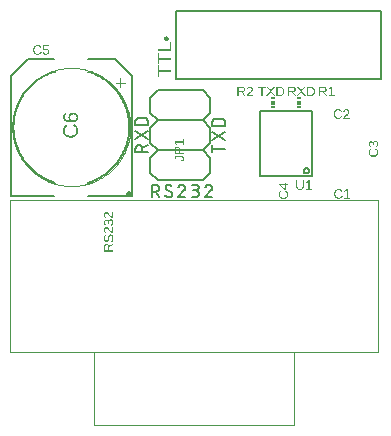
<source format=gbr>
G04 EAGLE Gerber RS-274X export*
G75*
%MOMM*%
%FSLAX34Y34*%
%LPD*%
%INSilkscreen Top*%
%IPPOS*%
%AMOC8*
5,1,8,0,0,1.08239X$1,22.5*%
G01*
G04 Define Apertures*
%ADD10C,0.203200*%
%ADD11C,0.120000*%
%ADD12C,0.500000*%
%ADD13C,0.152400*%
%ADD14R,0.300000X0.150000*%
%ADD15R,0.300000X0.300000*%
%ADD16C,0.127000*%
%ADD17C,0.200000*%
G36*
X93485Y85105D02*
X85595Y85105D01*
X85595Y88818D01*
X85604Y89141D01*
X85632Y89446D01*
X85679Y89732D01*
X85744Y89998D01*
X85828Y90246D01*
X85930Y90475D01*
X86051Y90685D01*
X86191Y90876D01*
X86347Y91046D01*
X86518Y91193D01*
X86704Y91317D01*
X86904Y91419D01*
X87119Y91499D01*
X87349Y91555D01*
X87593Y91589D01*
X87851Y91601D01*
X88067Y91593D01*
X88274Y91569D01*
X88471Y91529D01*
X88661Y91473D01*
X88841Y91401D01*
X89013Y91313D01*
X89176Y91208D01*
X89330Y91088D01*
X89473Y90954D01*
X89602Y90808D01*
X89717Y90649D01*
X89759Y90578D01*
X89818Y90479D01*
X89906Y90296D01*
X89980Y90101D01*
X90040Y89894D01*
X90086Y89674D01*
X91533Y90628D01*
X93485Y91914D01*
X93485Y90682D01*
X90209Y88633D01*
X90209Y86174D01*
X93485Y86174D01*
X93485Y85105D01*
G37*
%LPC*%
G36*
X89363Y86174D02*
X89363Y88756D01*
X89357Y88961D01*
X89339Y89155D01*
X89308Y89336D01*
X89265Y89506D01*
X89209Y89663D01*
X89141Y89809D01*
X89061Y89942D01*
X88969Y90064D01*
X88865Y90172D01*
X88751Y90266D01*
X88628Y90345D01*
X88495Y90410D01*
X88352Y90461D01*
X88198Y90497D01*
X88036Y90518D01*
X87863Y90526D01*
X87696Y90518D01*
X87539Y90496D01*
X87392Y90460D01*
X87256Y90409D01*
X87130Y90343D01*
X87014Y90263D01*
X86908Y90168D01*
X86813Y90058D01*
X86728Y89935D01*
X86655Y89798D01*
X86542Y89487D01*
X86474Y89125D01*
X86451Y88711D01*
X86451Y86174D01*
X89363Y86174D01*
G37*
%LPD*%
G36*
X91592Y92966D02*
X91385Y94002D01*
X91557Y94053D01*
X91717Y94117D01*
X91865Y94193D01*
X92002Y94282D01*
X92126Y94384D01*
X92239Y94498D01*
X92340Y94624D01*
X92429Y94764D01*
X92575Y95081D01*
X92679Y95451D01*
X92742Y95873D01*
X92763Y96348D01*
X92740Y96837D01*
X92674Y97266D01*
X92624Y97459D01*
X92563Y97636D01*
X92490Y97799D01*
X92407Y97947D01*
X92313Y98079D01*
X92208Y98193D01*
X92093Y98290D01*
X91968Y98369D01*
X91832Y98431D01*
X91686Y98475D01*
X91530Y98501D01*
X91363Y98510D01*
X91179Y98499D01*
X91013Y98466D01*
X90865Y98411D01*
X90735Y98334D01*
X90620Y98236D01*
X90516Y98122D01*
X90421Y97989D01*
X90338Y97838D01*
X90194Y97488D01*
X90075Y97076D01*
X89845Y96096D01*
X89638Y95274D01*
X89534Y94947D01*
X89431Y94677D01*
X89324Y94447D01*
X89212Y94244D01*
X89093Y94065D01*
X88969Y93912D01*
X88836Y93781D01*
X88692Y93665D01*
X88538Y93566D01*
X88372Y93484D01*
X88195Y93419D01*
X88005Y93373D01*
X87803Y93345D01*
X87588Y93336D01*
X87342Y93348D01*
X87111Y93384D01*
X86893Y93445D01*
X86691Y93530D01*
X86503Y93639D01*
X86329Y93772D01*
X86170Y93929D01*
X86026Y94111D01*
X85897Y94316D01*
X85786Y94541D01*
X85691Y94787D01*
X85614Y95054D01*
X85554Y95342D01*
X85511Y95651D01*
X85486Y95981D01*
X85477Y96332D01*
X85483Y96658D01*
X85503Y96964D01*
X85535Y97251D01*
X85580Y97517D01*
X85638Y97764D01*
X85709Y97992D01*
X85792Y98199D01*
X85889Y98387D01*
X86001Y98558D01*
X86131Y98716D01*
X86279Y98860D01*
X86445Y98992D01*
X86630Y99110D01*
X86832Y99214D01*
X87053Y99306D01*
X87291Y99384D01*
X87476Y98331D01*
X87184Y98224D01*
X86935Y98079D01*
X86729Y97894D01*
X86566Y97670D01*
X86443Y97403D01*
X86354Y97089D01*
X86301Y96728D01*
X86283Y96320D01*
X86303Y95875D01*
X86362Y95486D01*
X86460Y95153D01*
X86597Y94876D01*
X86680Y94759D01*
X86773Y94658D01*
X86876Y94572D01*
X86988Y94502D01*
X87109Y94447D01*
X87241Y94408D01*
X87382Y94385D01*
X87532Y94377D01*
X87706Y94389D01*
X87865Y94426D01*
X88007Y94486D01*
X88134Y94570D01*
X88249Y94678D01*
X88354Y94806D01*
X88450Y94956D01*
X88537Y95128D01*
X88625Y95355D01*
X88722Y95672D01*
X88943Y96578D01*
X89114Y97303D01*
X89209Y97657D01*
X89321Y97995D01*
X89452Y98315D01*
X89604Y98614D01*
X89785Y98883D01*
X90002Y99115D01*
X90258Y99305D01*
X90556Y99448D01*
X90723Y99501D01*
X90903Y99538D01*
X91098Y99561D01*
X91307Y99568D01*
X91572Y99555D01*
X91822Y99515D01*
X92056Y99448D01*
X92275Y99355D01*
X92479Y99235D01*
X92667Y99088D01*
X92840Y98915D01*
X92998Y98714D01*
X93138Y98490D01*
X93260Y98244D01*
X93363Y97976D01*
X93447Y97686D01*
X93513Y97375D01*
X93560Y97041D01*
X93588Y96686D01*
X93597Y96309D01*
X93589Y95958D01*
X93566Y95626D01*
X93527Y95313D01*
X93472Y95019D01*
X93401Y94744D01*
X93315Y94487D01*
X93213Y94250D01*
X93096Y94031D01*
X92963Y93832D01*
X92814Y93651D01*
X92649Y93490D01*
X92469Y93347D01*
X92274Y93223D01*
X92062Y93119D01*
X91835Y93033D01*
X91592Y92966D01*
G37*
G36*
X91458Y106913D02*
X91363Y107955D01*
X91691Y108026D01*
X91975Y108138D01*
X92216Y108291D01*
X92413Y108485D01*
X92566Y108721D01*
X92675Y108998D01*
X92741Y109315D01*
X92763Y109674D01*
X92739Y110034D01*
X92669Y110354D01*
X92552Y110632D01*
X92387Y110870D01*
X92288Y110971D01*
X92177Y111060D01*
X92055Y111134D01*
X91921Y111195D01*
X91776Y111243D01*
X91620Y111277D01*
X91452Y111297D01*
X91273Y111304D01*
X91116Y111296D01*
X90969Y111273D01*
X90830Y111234D01*
X90700Y111180D01*
X90579Y111110D01*
X90466Y111025D01*
X90363Y110924D01*
X90268Y110808D01*
X90183Y110677D01*
X90110Y110533D01*
X90048Y110375D01*
X89997Y110203D01*
X89929Y109817D01*
X89907Y109377D01*
X89907Y108806D01*
X89033Y108806D01*
X89033Y109355D01*
X89010Y109746D01*
X88943Y110091D01*
X88830Y110389D01*
X88672Y110640D01*
X88474Y110840D01*
X88362Y110918D01*
X88241Y110982D01*
X88112Y111032D01*
X87974Y111068D01*
X87828Y111089D01*
X87672Y111096D01*
X87372Y111073D01*
X87106Y111003D01*
X86873Y110887D01*
X86673Y110724D01*
X86512Y110515D01*
X86398Y110261D01*
X86329Y109962D01*
X86306Y109618D01*
X86327Y109301D01*
X86391Y109015D01*
X86498Y108762D01*
X86647Y108540D01*
X86836Y108356D01*
X87059Y108215D01*
X87317Y108116D01*
X87611Y108061D01*
X87532Y107048D01*
X87297Y107085D01*
X87074Y107140D01*
X86866Y107213D01*
X86670Y107305D01*
X86488Y107414D01*
X86318Y107542D01*
X86163Y107687D01*
X86020Y107851D01*
X85893Y108030D01*
X85783Y108222D01*
X85689Y108426D01*
X85613Y108642D01*
X85553Y108870D01*
X85511Y109111D01*
X85486Y109364D01*
X85477Y109629D01*
X85486Y109918D01*
X85512Y110190D01*
X85555Y110445D01*
X85615Y110684D01*
X85693Y110907D01*
X85787Y111112D01*
X85899Y111302D01*
X86029Y111474D01*
X86173Y111629D01*
X86332Y111762D01*
X86503Y111875D01*
X86689Y111968D01*
X86888Y112040D01*
X87100Y112091D01*
X87326Y112122D01*
X87566Y112132D01*
X87750Y112126D01*
X87926Y112106D01*
X88093Y112073D01*
X88251Y112027D01*
X88400Y111967D01*
X88541Y111895D01*
X88795Y111710D01*
X89013Y111474D01*
X89192Y111191D01*
X89333Y110860D01*
X89436Y110480D01*
X89459Y110480D01*
X89489Y110696D01*
X89531Y110898D01*
X89587Y111089D01*
X89655Y111267D01*
X89735Y111433D01*
X89828Y111587D01*
X89934Y111729D01*
X90052Y111858D01*
X90181Y111974D01*
X90318Y112074D01*
X90462Y112158D01*
X90615Y112228D01*
X90776Y112282D01*
X90945Y112320D01*
X91122Y112343D01*
X91307Y112351D01*
X91572Y112340D01*
X91822Y112307D01*
X92056Y112253D01*
X92275Y112177D01*
X92479Y112080D01*
X92667Y111960D01*
X92840Y111819D01*
X92998Y111656D01*
X93138Y111474D01*
X93260Y111272D01*
X93363Y111052D01*
X93447Y110814D01*
X93513Y110557D01*
X93560Y110281D01*
X93588Y109987D01*
X93597Y109674D01*
X93589Y109382D01*
X93563Y109105D01*
X93521Y108843D01*
X93462Y108597D01*
X93386Y108365D01*
X93293Y108149D01*
X93183Y107948D01*
X93057Y107762D01*
X92913Y107592D01*
X92754Y107441D01*
X92578Y107308D01*
X92387Y107193D01*
X92179Y107096D01*
X91955Y107017D01*
X91714Y106956D01*
X91458Y106913D01*
G37*
G36*
X93485Y100678D02*
X92774Y100678D01*
X92456Y100829D01*
X92157Y100995D01*
X91878Y101178D01*
X91617Y101375D01*
X91140Y101798D01*
X90710Y102241D01*
X90319Y102692D01*
X89957Y103139D01*
X89610Y103563D01*
X89263Y103943D01*
X88907Y104267D01*
X88723Y104404D01*
X88535Y104523D01*
X88338Y104619D01*
X88129Y104689D01*
X87907Y104730D01*
X87672Y104744D01*
X87366Y104720D01*
X87095Y104649D01*
X86862Y104530D01*
X86664Y104363D01*
X86507Y104154D01*
X86395Y103908D01*
X86328Y103625D01*
X86306Y103305D01*
X86328Y102997D01*
X86393Y102717D01*
X86503Y102466D01*
X86656Y102243D01*
X86849Y102056D01*
X87077Y101912D01*
X87340Y101811D01*
X87639Y101753D01*
X87543Y100723D01*
X87313Y100760D01*
X87094Y100815D01*
X86888Y100889D01*
X86694Y100980D01*
X86511Y101090D01*
X86341Y101217D01*
X86183Y101363D01*
X86037Y101527D01*
X85906Y101706D01*
X85792Y101897D01*
X85696Y102101D01*
X85617Y102317D01*
X85556Y102545D01*
X85512Y102786D01*
X85486Y103039D01*
X85477Y103305D01*
X85486Y103594D01*
X85512Y103867D01*
X85556Y104122D01*
X85618Y104360D01*
X85697Y104580D01*
X85794Y104784D01*
X85908Y104970D01*
X86040Y105139D01*
X86188Y105289D01*
X86351Y105419D01*
X86529Y105529D01*
X86721Y105620D01*
X86928Y105690D01*
X87150Y105740D01*
X87387Y105770D01*
X87639Y105780D01*
X87868Y105767D01*
X88096Y105727D01*
X88324Y105662D01*
X88551Y105570D01*
X88778Y105452D01*
X89005Y105309D01*
X89232Y105140D01*
X89459Y104945D01*
X89717Y104691D01*
X90037Y104342D01*
X90864Y103361D01*
X91365Y102782D01*
X91813Y102336D01*
X92023Y102159D01*
X92229Y102008D01*
X92430Y101884D01*
X92628Y101787D01*
X92628Y105903D01*
X93485Y105903D01*
X93485Y100678D01*
G37*
G36*
X93485Y113428D02*
X92774Y113428D01*
X92456Y113579D01*
X92157Y113745D01*
X91878Y113928D01*
X91617Y114125D01*
X91140Y114548D01*
X90710Y114991D01*
X90319Y115442D01*
X89957Y115889D01*
X89610Y116313D01*
X89263Y116693D01*
X88907Y117017D01*
X88723Y117154D01*
X88535Y117273D01*
X88338Y117369D01*
X88129Y117439D01*
X87907Y117480D01*
X87672Y117494D01*
X87366Y117470D01*
X87095Y117399D01*
X86862Y117280D01*
X86664Y117113D01*
X86507Y116904D01*
X86395Y116658D01*
X86328Y116375D01*
X86306Y116055D01*
X86328Y115747D01*
X86393Y115467D01*
X86503Y115216D01*
X86656Y114993D01*
X86849Y114806D01*
X87077Y114662D01*
X87340Y114561D01*
X87639Y114503D01*
X87543Y113473D01*
X87313Y113510D01*
X87094Y113565D01*
X86888Y113639D01*
X86694Y113730D01*
X86511Y113840D01*
X86341Y113967D01*
X86183Y114113D01*
X86037Y114277D01*
X85906Y114456D01*
X85792Y114647D01*
X85696Y114851D01*
X85617Y115067D01*
X85556Y115295D01*
X85512Y115536D01*
X85486Y115789D01*
X85477Y116055D01*
X85486Y116344D01*
X85512Y116617D01*
X85556Y116872D01*
X85618Y117110D01*
X85697Y117330D01*
X85794Y117534D01*
X85908Y117720D01*
X86040Y117889D01*
X86188Y118039D01*
X86351Y118169D01*
X86529Y118279D01*
X86721Y118370D01*
X86928Y118440D01*
X87150Y118490D01*
X87387Y118520D01*
X87639Y118530D01*
X87868Y118517D01*
X88096Y118477D01*
X88324Y118412D01*
X88551Y118320D01*
X88778Y118202D01*
X89005Y118059D01*
X89232Y117890D01*
X89459Y117695D01*
X89717Y117441D01*
X90037Y117092D01*
X90864Y116111D01*
X91365Y115532D01*
X91813Y115086D01*
X92023Y114909D01*
X92229Y114758D01*
X92430Y114634D01*
X92628Y114537D01*
X92628Y118653D01*
X93485Y118653D01*
X93485Y113428D01*
G37*
G36*
X284255Y129873D02*
X283961Y129880D01*
X283678Y129904D01*
X283405Y129942D01*
X283142Y129996D01*
X282889Y130066D01*
X282647Y130151D01*
X282414Y130252D01*
X282191Y130368D01*
X281980Y130499D01*
X281781Y130642D01*
X281596Y130800D01*
X281424Y130970D01*
X281264Y131154D01*
X281118Y131351D01*
X280984Y131561D01*
X280864Y131785D01*
X280757Y132020D01*
X280664Y132267D01*
X280586Y132523D01*
X280521Y132791D01*
X280472Y133069D01*
X280436Y133357D01*
X280415Y133656D01*
X280407Y133966D01*
X280423Y134425D01*
X280471Y134859D01*
X280551Y135267D01*
X280662Y135649D01*
X280806Y136006D01*
X280981Y136337D01*
X281188Y136643D01*
X281427Y136923D01*
X281694Y137174D01*
X281985Y137391D01*
X282301Y137575D01*
X282642Y137725D01*
X283007Y137842D01*
X283396Y137926D01*
X283810Y137976D01*
X284249Y137992D01*
X284558Y137985D01*
X284853Y137962D01*
X285136Y137923D01*
X285405Y137869D01*
X285662Y137800D01*
X285906Y137715D01*
X286137Y137615D01*
X286355Y137500D01*
X286559Y137369D01*
X286749Y137224D01*
X286926Y137063D01*
X287088Y136888D01*
X287237Y136698D01*
X287371Y136493D01*
X287491Y136273D01*
X287598Y136038D01*
X286584Y135702D01*
X286426Y136026D01*
X286226Y136310D01*
X285985Y136553D01*
X285702Y136755D01*
X285384Y136914D01*
X285038Y137028D01*
X284663Y137096D01*
X284260Y137119D01*
X283942Y137106D01*
X283641Y137066D01*
X283359Y137000D01*
X283095Y136908D01*
X282850Y136790D01*
X282622Y136645D01*
X282413Y136474D01*
X282222Y136276D01*
X282051Y136056D01*
X281903Y135816D01*
X281778Y135556D01*
X281676Y135277D01*
X281596Y134979D01*
X281539Y134661D01*
X281505Y134323D01*
X281494Y133966D01*
X281506Y133612D01*
X281541Y133276D01*
X281600Y132958D01*
X281683Y132658D01*
X281790Y132375D01*
X281921Y132110D01*
X282075Y131863D01*
X282253Y131634D01*
X282451Y131427D01*
X282665Y131248D01*
X282897Y131096D01*
X283145Y130972D01*
X283410Y130876D01*
X283692Y130807D01*
X283990Y130765D01*
X284305Y130752D01*
X284509Y130758D01*
X284707Y130777D01*
X284898Y130809D01*
X285082Y130854D01*
X285432Y130982D01*
X285757Y131162D01*
X286055Y131393D01*
X286328Y131675D01*
X286576Y132008D01*
X286797Y132392D01*
X287671Y131956D01*
X287543Y131709D01*
X287402Y131477D01*
X287250Y131260D01*
X287085Y131058D01*
X286907Y130872D01*
X286718Y130701D01*
X286516Y130545D01*
X286301Y130404D01*
X286076Y130280D01*
X285843Y130172D01*
X285600Y130080D01*
X285349Y130005D01*
X285088Y129947D01*
X284819Y129906D01*
X284541Y129881D01*
X284255Y129873D01*
G37*
G36*
X293925Y129985D02*
X288980Y129985D01*
X288980Y130841D01*
X290990Y130841D01*
X290990Y136912D01*
X289209Y135640D01*
X289209Y136592D01*
X291074Y137875D01*
X292004Y137875D01*
X292004Y130841D01*
X293925Y130841D01*
X293925Y129985D01*
G37*
G36*
X283830Y197532D02*
X283536Y197540D01*
X283253Y197563D01*
X282980Y197601D01*
X282717Y197656D01*
X282464Y197725D01*
X282222Y197811D01*
X281989Y197911D01*
X281766Y198027D01*
X281555Y198158D01*
X281356Y198302D01*
X281171Y198459D01*
X280999Y198629D01*
X280839Y198813D01*
X280693Y199010D01*
X280559Y199220D01*
X280439Y199444D01*
X280332Y199680D01*
X280239Y199926D01*
X280161Y200183D01*
X280096Y200450D01*
X280047Y200728D01*
X280011Y201017D01*
X279990Y201316D01*
X279982Y201625D01*
X279998Y202084D01*
X280046Y202518D01*
X280126Y202926D01*
X280237Y203308D01*
X280381Y203665D01*
X280556Y203996D01*
X280763Y204302D01*
X281002Y204582D01*
X281269Y204833D01*
X281560Y205050D01*
X281876Y205234D01*
X282217Y205384D01*
X282582Y205501D01*
X282971Y205585D01*
X283385Y205635D01*
X283824Y205652D01*
X284133Y205644D01*
X284428Y205621D01*
X284711Y205582D01*
X284980Y205529D01*
X285237Y205459D01*
X285481Y205375D01*
X285712Y205274D01*
X285930Y205159D01*
X286134Y205028D01*
X286324Y204883D01*
X286501Y204722D01*
X286663Y204547D01*
X286812Y204357D01*
X286946Y204152D01*
X287066Y203932D01*
X287173Y203697D01*
X286159Y203361D01*
X286001Y203685D01*
X285801Y203969D01*
X285560Y204212D01*
X285277Y204414D01*
X284959Y204573D01*
X284613Y204687D01*
X284238Y204755D01*
X283835Y204778D01*
X283517Y204765D01*
X283216Y204725D01*
X282934Y204660D01*
X282670Y204567D01*
X282425Y204449D01*
X282197Y204304D01*
X281988Y204133D01*
X281797Y203935D01*
X281626Y203715D01*
X281478Y203475D01*
X281353Y203215D01*
X281251Y202936D01*
X281171Y202638D01*
X281114Y202320D01*
X281080Y201982D01*
X281069Y201625D01*
X281081Y201272D01*
X281116Y200936D01*
X281175Y200617D01*
X281258Y200317D01*
X281365Y200034D01*
X281496Y199769D01*
X281650Y199522D01*
X281828Y199293D01*
X282026Y199086D01*
X282240Y198907D01*
X282472Y198755D01*
X282720Y198631D01*
X282985Y198535D01*
X283267Y198466D01*
X283565Y198425D01*
X283880Y198411D01*
X284084Y198417D01*
X284282Y198437D01*
X284473Y198469D01*
X284657Y198513D01*
X285007Y198642D01*
X285332Y198821D01*
X285630Y199052D01*
X285903Y199334D01*
X286151Y199667D01*
X286372Y200052D01*
X287246Y199615D01*
X287118Y199368D01*
X286977Y199136D01*
X286825Y198919D01*
X286660Y198718D01*
X286482Y198531D01*
X286293Y198360D01*
X286091Y198204D01*
X285876Y198064D01*
X285651Y197939D01*
X285418Y197831D01*
X285175Y197740D01*
X284924Y197665D01*
X284663Y197607D01*
X284394Y197565D01*
X284116Y197540D01*
X283830Y197532D01*
G37*
G36*
X293483Y197644D02*
X288258Y197644D01*
X288258Y198355D01*
X288409Y198673D01*
X288575Y198972D01*
X288757Y199251D01*
X288955Y199511D01*
X289377Y199989D01*
X289820Y200419D01*
X290272Y200810D01*
X290719Y201172D01*
X291143Y201519D01*
X291523Y201866D01*
X291847Y202222D01*
X291983Y202406D01*
X292102Y202594D01*
X292199Y202791D01*
X292268Y203000D01*
X292310Y203222D01*
X292324Y203457D01*
X292300Y203763D01*
X292228Y204033D01*
X292109Y204267D01*
X291943Y204465D01*
X291734Y204621D01*
X291488Y204733D01*
X291205Y204801D01*
X290884Y204823D01*
X290577Y204801D01*
X290297Y204735D01*
X290046Y204626D01*
X289823Y204473D01*
X289636Y204280D01*
X289492Y204052D01*
X289391Y203789D01*
X289333Y203490D01*
X288303Y203585D01*
X288340Y203816D01*
X288395Y204034D01*
X288468Y204241D01*
X288560Y204435D01*
X288669Y204617D01*
X288797Y204788D01*
X288943Y204946D01*
X289106Y205092D01*
X289286Y205223D01*
X289477Y205337D01*
X289681Y205433D01*
X289897Y205512D01*
X290125Y205573D01*
X290366Y205617D01*
X290619Y205643D01*
X290884Y205652D01*
X291174Y205643D01*
X291446Y205617D01*
X291701Y205573D01*
X291939Y205511D01*
X292160Y205432D01*
X292363Y205335D01*
X292550Y205221D01*
X292718Y205089D01*
X292869Y204941D01*
X292999Y204778D01*
X293109Y204600D01*
X293199Y204408D01*
X293269Y204201D01*
X293320Y203979D01*
X293350Y203742D01*
X293360Y203490D01*
X293347Y203261D01*
X293307Y203032D01*
X293242Y202804D01*
X293150Y202577D01*
X293032Y202351D01*
X292889Y202124D01*
X292720Y201897D01*
X292525Y201670D01*
X292271Y201412D01*
X291922Y201092D01*
X290940Y200265D01*
X290362Y199764D01*
X289916Y199315D01*
X289739Y199106D01*
X289588Y198900D01*
X289464Y198698D01*
X289367Y198501D01*
X293483Y198501D01*
X293483Y197644D01*
G37*
G36*
X313709Y165314D02*
X313250Y165330D01*
X312816Y165377D01*
X312409Y165457D01*
X312026Y165568D01*
X311669Y165712D01*
X311338Y165887D01*
X311032Y166094D01*
X310752Y166333D01*
X310501Y166600D01*
X310284Y166891D01*
X310100Y167207D01*
X309950Y167548D01*
X309833Y167913D01*
X309749Y168303D01*
X309699Y168717D01*
X309683Y169155D01*
X309690Y169464D01*
X309713Y169759D01*
X309752Y170042D01*
X309806Y170312D01*
X309875Y170568D01*
X309960Y170812D01*
X310060Y171043D01*
X310175Y171261D01*
X310306Y171465D01*
X310452Y171656D01*
X310612Y171832D01*
X310787Y171994D01*
X310977Y172143D01*
X311182Y172277D01*
X311402Y172398D01*
X311637Y172504D01*
X311973Y171490D01*
X311649Y171332D01*
X311365Y171133D01*
X311122Y170891D01*
X310920Y170608D01*
X310761Y170290D01*
X310647Y169944D01*
X310579Y169569D01*
X310556Y169166D01*
X310569Y168848D01*
X310609Y168548D01*
X310675Y168266D01*
X310767Y168002D01*
X310885Y167756D01*
X311030Y167528D01*
X311201Y167319D01*
X311399Y167128D01*
X311619Y166957D01*
X311859Y166810D01*
X312119Y166684D01*
X312398Y166582D01*
X312696Y166502D01*
X313014Y166446D01*
X313352Y166411D01*
X313709Y166400D01*
X314063Y166412D01*
X314399Y166447D01*
X314717Y166507D01*
X315017Y166590D01*
X315300Y166696D01*
X315565Y166827D01*
X315812Y166981D01*
X316041Y167159D01*
X316248Y167357D01*
X316427Y167572D01*
X316579Y167803D01*
X316703Y168051D01*
X316799Y168316D01*
X316868Y168598D01*
X316910Y168896D01*
X316923Y169211D01*
X316917Y169415D01*
X316898Y169613D01*
X316866Y169804D01*
X316821Y169989D01*
X316693Y170339D01*
X316513Y170663D01*
X316282Y170962D01*
X316000Y171235D01*
X315667Y171482D01*
X315283Y171703D01*
X315719Y172577D01*
X315967Y172449D01*
X316198Y172309D01*
X316415Y172156D01*
X316617Y171991D01*
X316803Y171814D01*
X316974Y171624D01*
X317130Y171422D01*
X317271Y171208D01*
X317395Y170983D01*
X317503Y170749D01*
X317595Y170506D01*
X317670Y170255D01*
X317728Y169995D01*
X317769Y169726D01*
X317794Y169448D01*
X317802Y169161D01*
X317795Y168868D01*
X317772Y168585D01*
X317733Y168312D01*
X317679Y168049D01*
X317609Y167796D01*
X317524Y167553D01*
X317423Y167320D01*
X317307Y167097D01*
X317176Y166886D01*
X317033Y166688D01*
X316875Y166502D01*
X316705Y166330D01*
X316521Y166171D01*
X316324Y166024D01*
X316114Y165891D01*
X315890Y165770D01*
X315655Y165663D01*
X315408Y165570D01*
X315152Y165492D01*
X314884Y165428D01*
X314606Y165378D01*
X314318Y165342D01*
X314019Y165321D01*
X313709Y165314D01*
G37*
G36*
X315663Y173449D02*
X315568Y174491D01*
X315896Y174562D01*
X316181Y174674D01*
X316421Y174827D01*
X316618Y175021D01*
X316771Y175257D01*
X316881Y175534D01*
X316946Y175851D01*
X316968Y176210D01*
X316945Y176570D01*
X316874Y176890D01*
X316757Y177168D01*
X316593Y177406D01*
X316493Y177507D01*
X316383Y177596D01*
X316260Y177670D01*
X316127Y177731D01*
X315982Y177779D01*
X315825Y177813D01*
X315658Y177833D01*
X315479Y177840D01*
X315322Y177832D01*
X315174Y177809D01*
X315035Y177770D01*
X314905Y177716D01*
X314784Y177646D01*
X314672Y177561D01*
X314568Y177460D01*
X314473Y177344D01*
X314389Y177213D01*
X314315Y177069D01*
X314253Y176911D01*
X314202Y176739D01*
X314135Y176353D01*
X314112Y175913D01*
X314112Y175342D01*
X313239Y175342D01*
X313239Y175891D01*
X313216Y176282D01*
X313148Y176627D01*
X313035Y176925D01*
X312877Y177176D01*
X312679Y177376D01*
X312567Y177454D01*
X312447Y177518D01*
X312318Y177568D01*
X312180Y177604D01*
X312033Y177625D01*
X311878Y177632D01*
X311578Y177609D01*
X311311Y177539D01*
X311078Y177423D01*
X310878Y177260D01*
X310718Y177051D01*
X310603Y176797D01*
X310534Y176498D01*
X310511Y176154D01*
X310533Y175837D01*
X310597Y175551D01*
X310704Y175298D01*
X310853Y175076D01*
X311041Y174892D01*
X311265Y174751D01*
X311523Y174652D01*
X311816Y174597D01*
X311738Y173584D01*
X311502Y173621D01*
X311280Y173676D01*
X311071Y173749D01*
X310875Y173841D01*
X310693Y173950D01*
X310524Y174078D01*
X310368Y174223D01*
X310226Y174387D01*
X310098Y174566D01*
X309988Y174758D01*
X309895Y174962D01*
X309818Y175178D01*
X309759Y175406D01*
X309717Y175647D01*
X309691Y175900D01*
X309683Y176165D01*
X309691Y176454D01*
X309717Y176726D01*
X309760Y176981D01*
X309820Y177220D01*
X309898Y177443D01*
X309993Y177648D01*
X310105Y177838D01*
X310234Y178010D01*
X310379Y178165D01*
X310537Y178298D01*
X310709Y178411D01*
X310894Y178504D01*
X311093Y178576D01*
X311306Y178627D01*
X311532Y178658D01*
X311771Y178668D01*
X311956Y178662D01*
X312132Y178642D01*
X312299Y178609D01*
X312457Y178563D01*
X312606Y178503D01*
X312746Y178431D01*
X313001Y178246D01*
X313218Y178010D01*
X313397Y177727D01*
X313539Y177396D01*
X313642Y177016D01*
X313664Y177016D01*
X313694Y177232D01*
X313737Y177434D01*
X313792Y177625D01*
X313860Y177803D01*
X313941Y177969D01*
X314034Y178123D01*
X314139Y178265D01*
X314258Y178394D01*
X314386Y178510D01*
X314523Y178610D01*
X314668Y178694D01*
X314821Y178764D01*
X314981Y178818D01*
X315150Y178856D01*
X315327Y178879D01*
X315512Y178887D01*
X315777Y178876D01*
X316027Y178843D01*
X316262Y178789D01*
X316481Y178713D01*
X316685Y178616D01*
X316873Y178496D01*
X317046Y178355D01*
X317203Y178192D01*
X317344Y178010D01*
X317465Y177808D01*
X317568Y177588D01*
X317653Y177350D01*
X317718Y177093D01*
X317765Y176817D01*
X317793Y176523D01*
X317802Y176210D01*
X317794Y175918D01*
X317769Y175641D01*
X317727Y175379D01*
X317667Y175133D01*
X317591Y174901D01*
X317499Y174685D01*
X317389Y174484D01*
X317262Y174298D01*
X317119Y174128D01*
X316960Y173977D01*
X316784Y173844D01*
X316592Y173729D01*
X316384Y173632D01*
X316160Y173553D01*
X315920Y173492D01*
X315663Y173449D01*
G37*
G36*
X153194Y167822D02*
X145303Y167822D01*
X145303Y171143D01*
X145313Y171465D01*
X145342Y171769D01*
X145391Y172054D01*
X145459Y172320D01*
X145546Y172568D01*
X145653Y172797D01*
X145779Y173007D01*
X145925Y173198D01*
X146088Y173369D01*
X146268Y173517D01*
X146463Y173642D01*
X146674Y173744D01*
X146901Y173824D01*
X147144Y173881D01*
X147403Y173915D01*
X147678Y173926D01*
X147951Y173915D01*
X148209Y173880D01*
X148453Y173823D01*
X148683Y173743D01*
X148898Y173641D01*
X149099Y173515D01*
X149286Y173367D01*
X149459Y173195D01*
X149613Y173004D01*
X149748Y172797D01*
X149861Y172573D01*
X149954Y172334D01*
X150026Y172077D01*
X150078Y171805D01*
X150109Y171515D01*
X150119Y171210D01*
X150119Y168892D01*
X153194Y168892D01*
X153194Y167822D01*
G37*
%LPC*%
G36*
X149274Y168892D02*
X149274Y171059D01*
X149268Y171276D01*
X149249Y171479D01*
X149218Y171668D01*
X149175Y171843D01*
X149119Y172004D01*
X149051Y172151D01*
X148970Y172284D01*
X148878Y172403D01*
X148772Y172508D01*
X148655Y172599D01*
X148525Y172676D01*
X148382Y172739D01*
X148228Y172788D01*
X148060Y172823D01*
X147881Y172844D01*
X147689Y172851D01*
X147504Y172844D01*
X147331Y172822D01*
X147169Y172786D01*
X147020Y172736D01*
X146883Y172671D01*
X146757Y172593D01*
X146644Y172499D01*
X146542Y172392D01*
X146453Y172270D01*
X146375Y172133D01*
X146310Y171983D01*
X146256Y171818D01*
X146214Y171638D01*
X146184Y171445D01*
X146166Y171236D01*
X146160Y171014D01*
X146160Y168892D01*
X149274Y168892D01*
G37*
%LPD*%
G36*
X153194Y175411D02*
X152337Y175411D01*
X152337Y177421D01*
X146267Y177421D01*
X147538Y175641D01*
X146586Y175641D01*
X145303Y177505D01*
X145303Y178435D01*
X152337Y178435D01*
X152337Y180356D01*
X153194Y180356D01*
X153194Y175411D01*
G37*
G36*
X151234Y161310D02*
X151060Y162358D01*
X151367Y162424D01*
X151638Y162521D01*
X151874Y162651D01*
X152074Y162811D01*
X152233Y162999D01*
X152347Y163209D01*
X152415Y163441D01*
X152438Y163696D01*
X152432Y163838D01*
X152413Y163972D01*
X152338Y164217D01*
X152213Y164431D01*
X152037Y164614D01*
X151814Y164761D01*
X151544Y164866D01*
X151227Y164929D01*
X150864Y164950D01*
X146177Y164950D01*
X146177Y163433D01*
X145303Y163433D01*
X145303Y166014D01*
X150842Y166014D01*
X151121Y166005D01*
X151385Y165976D01*
X151634Y165927D01*
X151867Y165859D01*
X152085Y165772D01*
X152288Y165665D01*
X152476Y165539D01*
X152648Y165393D01*
X152802Y165230D01*
X152936Y165053D01*
X153049Y164862D01*
X153141Y164656D01*
X153213Y164436D01*
X153265Y164202D01*
X153295Y163953D01*
X153306Y163690D01*
X153298Y163446D01*
X153273Y163215D01*
X153233Y162996D01*
X153176Y162790D01*
X153103Y162597D01*
X153014Y162416D01*
X152909Y162248D01*
X152788Y162093D01*
X152650Y161951D01*
X152496Y161821D01*
X152326Y161704D01*
X152140Y161600D01*
X151938Y161508D01*
X151719Y161430D01*
X151485Y161364D01*
X151234Y161310D01*
G37*
G36*
X239704Y137557D02*
X238920Y137557D01*
X233600Y141169D01*
X233600Y142227D01*
X238909Y142227D01*
X238909Y143336D01*
X239704Y143336D01*
X239704Y142227D01*
X241491Y142227D01*
X241491Y141275D01*
X239704Y141275D01*
X239704Y137557D01*
G37*
%LPC*%
G36*
X238909Y138487D02*
X238909Y141275D01*
X234737Y141275D01*
X235034Y141119D01*
X235403Y140900D01*
X238383Y138879D01*
X238797Y138576D01*
X238909Y138487D01*
G37*
%LPD*%
G36*
X237509Y129595D02*
X237050Y129611D01*
X236616Y129659D01*
X236209Y129738D01*
X235826Y129850D01*
X235469Y129993D01*
X235138Y130168D01*
X234832Y130375D01*
X234552Y130614D01*
X234301Y130881D01*
X234084Y131173D01*
X233900Y131489D01*
X233750Y131829D01*
X233633Y132194D01*
X233549Y132584D01*
X233499Y132998D01*
X233483Y133436D01*
X233490Y133745D01*
X233513Y134041D01*
X233552Y134323D01*
X233606Y134593D01*
X233675Y134850D01*
X233760Y135093D01*
X233860Y135324D01*
X233975Y135542D01*
X234106Y135746D01*
X234252Y135937D01*
X234412Y136113D01*
X234587Y136276D01*
X234777Y136424D01*
X234982Y136558D01*
X235202Y136679D01*
X235437Y136785D01*
X235773Y135772D01*
X235449Y135614D01*
X235165Y135414D01*
X234922Y135173D01*
X234720Y134890D01*
X234561Y134572D01*
X234447Y134225D01*
X234379Y133851D01*
X234356Y133448D01*
X234369Y133129D01*
X234409Y132829D01*
X234475Y132547D01*
X234567Y132283D01*
X234685Y132037D01*
X234830Y131810D01*
X235001Y131600D01*
X235199Y131409D01*
X235419Y131239D01*
X235659Y131091D01*
X235919Y130966D01*
X236198Y130863D01*
X236496Y130784D01*
X236814Y130727D01*
X237152Y130693D01*
X237509Y130681D01*
X237863Y130693D01*
X238199Y130729D01*
X238517Y130788D01*
X238817Y130871D01*
X239100Y130978D01*
X239365Y131108D01*
X239612Y131262D01*
X239841Y131440D01*
X240048Y131638D01*
X240227Y131853D01*
X240379Y132084D01*
X240503Y132333D01*
X240599Y132597D01*
X240668Y132879D01*
X240710Y133177D01*
X240723Y133492D01*
X240717Y133696D01*
X240698Y133894D01*
X240666Y134085D01*
X240621Y134270D01*
X240493Y134620D01*
X240313Y134944D01*
X240082Y135243D01*
X239800Y135516D01*
X239467Y135763D01*
X239083Y135984D01*
X239519Y136858D01*
X239767Y136730D01*
X239998Y136590D01*
X240215Y136437D01*
X240417Y136272D01*
X240603Y136095D01*
X240774Y135905D01*
X240930Y135703D01*
X241071Y135489D01*
X241195Y135264D01*
X241303Y135030D01*
X241395Y134788D01*
X241470Y134536D01*
X241528Y134276D01*
X241569Y134007D01*
X241594Y133729D01*
X241602Y133442D01*
X241595Y133149D01*
X241572Y132866D01*
X241533Y132593D01*
X241479Y132330D01*
X241409Y132077D01*
X241324Y131834D01*
X241223Y131601D01*
X241107Y131378D01*
X240976Y131167D01*
X240833Y130969D01*
X240675Y130784D01*
X240505Y130611D01*
X240321Y130452D01*
X240124Y130305D01*
X239914Y130172D01*
X239690Y130051D01*
X239455Y129944D01*
X239208Y129852D01*
X238952Y129773D01*
X238684Y129709D01*
X238406Y129659D01*
X238118Y129623D01*
X237819Y129602D01*
X237509Y129595D01*
G37*
G36*
X29417Y251757D02*
X29124Y251765D01*
X28841Y251788D01*
X28568Y251826D01*
X28305Y251881D01*
X28052Y251950D01*
X27809Y252036D01*
X27576Y252136D01*
X27353Y252252D01*
X27142Y252383D01*
X26944Y252527D01*
X26759Y252684D01*
X26586Y252854D01*
X26427Y253038D01*
X26280Y253235D01*
X26147Y253445D01*
X26026Y253669D01*
X25919Y253905D01*
X25827Y254151D01*
X25748Y254408D01*
X25684Y254675D01*
X25634Y254953D01*
X25598Y255242D01*
X25577Y255541D01*
X25570Y255850D01*
X25586Y256309D01*
X25634Y256743D01*
X25713Y257151D01*
X25825Y257533D01*
X25968Y257890D01*
X26143Y258221D01*
X26350Y258527D01*
X26589Y258807D01*
X26856Y259058D01*
X27148Y259275D01*
X27464Y259459D01*
X27804Y259609D01*
X28169Y259726D01*
X28559Y259810D01*
X28973Y259860D01*
X29411Y259877D01*
X29720Y259869D01*
X30016Y259846D01*
X30298Y259807D01*
X30568Y259754D01*
X30825Y259684D01*
X31068Y259600D01*
X31299Y259499D01*
X31517Y259384D01*
X31721Y259253D01*
X31912Y259108D01*
X32088Y258947D01*
X32251Y258772D01*
X32399Y258582D01*
X32533Y258377D01*
X32654Y258157D01*
X32760Y257922D01*
X31747Y257586D01*
X31589Y257910D01*
X31389Y258194D01*
X31148Y258437D01*
X30865Y258639D01*
X30547Y258798D01*
X30200Y258912D01*
X29826Y258980D01*
X29423Y259003D01*
X29104Y258990D01*
X28804Y258950D01*
X28522Y258885D01*
X28258Y258792D01*
X28012Y258674D01*
X27785Y258529D01*
X27575Y258358D01*
X27384Y258160D01*
X27214Y257940D01*
X27066Y257700D01*
X26941Y257440D01*
X26838Y257161D01*
X26759Y256863D01*
X26702Y256545D01*
X26668Y256207D01*
X26656Y255850D01*
X26668Y255497D01*
X26704Y255161D01*
X26763Y254842D01*
X26846Y254542D01*
X26953Y254259D01*
X27083Y253994D01*
X27237Y253747D01*
X27415Y253518D01*
X27613Y253311D01*
X27828Y253132D01*
X28059Y252980D01*
X28308Y252856D01*
X28572Y252760D01*
X28854Y252691D01*
X29152Y252650D01*
X29467Y252636D01*
X29671Y252642D01*
X29869Y252662D01*
X30060Y252694D01*
X30245Y252738D01*
X30595Y252867D01*
X30919Y253046D01*
X31218Y253277D01*
X31491Y253559D01*
X31738Y253892D01*
X31959Y254277D01*
X32833Y253840D01*
X32705Y253593D01*
X32565Y253361D01*
X32412Y253144D01*
X32247Y252943D01*
X32070Y252756D01*
X31880Y252585D01*
X31678Y252429D01*
X31464Y252289D01*
X31239Y252164D01*
X31005Y252056D01*
X30763Y251965D01*
X30511Y251890D01*
X30251Y251832D01*
X29982Y251790D01*
X29704Y251765D01*
X29417Y251757D01*
G37*
G36*
X36366Y251757D02*
X36096Y251764D01*
X35841Y251787D01*
X35598Y251825D01*
X35369Y251877D01*
X35153Y251945D01*
X34950Y252028D01*
X34761Y252125D01*
X34585Y252238D01*
X34423Y252365D01*
X34277Y252506D01*
X34147Y252660D01*
X34032Y252828D01*
X33932Y253009D01*
X33849Y253203D01*
X33781Y253411D01*
X33728Y253633D01*
X34747Y253750D01*
X34843Y253476D01*
X34969Y253238D01*
X35128Y253037D01*
X35317Y252873D01*
X35538Y252745D01*
X35790Y252653D01*
X36073Y252598D01*
X36388Y252580D01*
X36585Y252588D01*
X36772Y252611D01*
X36947Y252649D01*
X37112Y252702D01*
X37265Y252771D01*
X37407Y252856D01*
X37539Y252955D01*
X37659Y253070D01*
X37767Y253198D01*
X37860Y253338D01*
X37939Y253489D01*
X38004Y253652D01*
X38054Y253826D01*
X38090Y254011D01*
X38111Y254208D01*
X38118Y254417D01*
X38111Y254598D01*
X38089Y254771D01*
X38053Y254935D01*
X38003Y255090D01*
X37938Y255236D01*
X37858Y255373D01*
X37765Y255501D01*
X37656Y255621D01*
X37536Y255728D01*
X37405Y255822D01*
X37265Y255901D01*
X37114Y255965D01*
X36953Y256015D01*
X36782Y256051D01*
X36601Y256073D01*
X36410Y256080D01*
X36209Y256072D01*
X36016Y256048D01*
X35829Y256007D01*
X35649Y255951D01*
X35472Y255876D01*
X35296Y255778D01*
X35120Y255657D01*
X34943Y255514D01*
X33958Y255514D01*
X34221Y259759D01*
X38706Y259759D01*
X38706Y258902D01*
X35139Y258902D01*
X34988Y256399D01*
X35157Y256517D01*
X35335Y256620D01*
X35524Y256706D01*
X35723Y256777D01*
X35932Y256832D01*
X36150Y256872D01*
X36379Y256895D01*
X36618Y256903D01*
X36901Y256892D01*
X37170Y256860D01*
X37425Y256807D01*
X37664Y256732D01*
X37889Y256636D01*
X38099Y256519D01*
X38294Y256380D01*
X38474Y256220D01*
X38636Y256043D01*
X38777Y255852D01*
X38895Y255649D01*
X38993Y255433D01*
X39068Y255204D01*
X39122Y254962D01*
X39155Y254707D01*
X39166Y254439D01*
X39154Y254135D01*
X39119Y253848D01*
X39061Y253577D01*
X38980Y253323D01*
X38876Y253086D01*
X38748Y252865D01*
X38597Y252661D01*
X38424Y252474D01*
X38229Y252306D01*
X38017Y252160D01*
X37786Y252037D01*
X37538Y251936D01*
X37272Y251858D01*
X36988Y251802D01*
X36686Y251768D01*
X36366Y251757D01*
G37*
G36*
X260336Y216694D02*
X257385Y216694D01*
X257385Y224584D01*
X259994Y224584D01*
X260481Y224568D01*
X260939Y224521D01*
X261369Y224443D01*
X261770Y224333D01*
X262142Y224191D01*
X262486Y224019D01*
X262802Y223815D01*
X263088Y223579D01*
X263343Y223314D01*
X263565Y223023D01*
X263752Y222706D01*
X263905Y222362D01*
X264024Y221991D01*
X264109Y221594D01*
X264160Y221170D01*
X264177Y220720D01*
X264170Y220420D01*
X264148Y220129D01*
X264110Y219847D01*
X264058Y219576D01*
X263991Y219313D01*
X263910Y219061D01*
X263813Y218817D01*
X263701Y218584D01*
X263576Y218362D01*
X263438Y218153D01*
X263288Y217957D01*
X263126Y217775D01*
X262951Y217607D01*
X262764Y217451D01*
X262564Y217309D01*
X262352Y217181D01*
X262129Y217067D01*
X261898Y216968D01*
X261659Y216884D01*
X261411Y216816D01*
X261155Y216762D01*
X260890Y216724D01*
X260617Y216701D01*
X260336Y216694D01*
G37*
%LPC*%
G36*
X260213Y217551D02*
X260633Y217574D01*
X261028Y217646D01*
X261396Y217765D01*
X261739Y217931D01*
X262048Y218143D01*
X262320Y218396D01*
X262554Y218692D01*
X262749Y219029D01*
X262904Y219403D01*
X263014Y219810D01*
X263080Y220249D01*
X263102Y220720D01*
X263090Y221076D01*
X263052Y221410D01*
X262989Y221722D01*
X262901Y222013D01*
X262788Y222282D01*
X262650Y222529D01*
X262487Y222754D01*
X262299Y222957D01*
X262086Y223138D01*
X261852Y223294D01*
X261595Y223427D01*
X261315Y223535D01*
X261013Y223619D01*
X260688Y223679D01*
X260341Y223715D01*
X259972Y223727D01*
X258454Y223727D01*
X258454Y217551D01*
X260213Y217551D01*
G37*
%LPD*%
G36*
X242517Y216694D02*
X241447Y216694D01*
X241447Y224584D01*
X245160Y224584D01*
X245484Y224575D01*
X245788Y224547D01*
X246074Y224500D01*
X246341Y224435D01*
X246588Y224351D01*
X246817Y224249D01*
X247027Y224127D01*
X247218Y223988D01*
X247388Y223831D01*
X247535Y223660D01*
X247660Y223475D01*
X247762Y223274D01*
X247841Y223060D01*
X247898Y222830D01*
X247932Y222586D01*
X247943Y222327D01*
X247935Y222112D01*
X247911Y221905D01*
X247871Y221707D01*
X247815Y221518D01*
X247743Y221338D01*
X247655Y221166D01*
X247551Y221003D01*
X247431Y220849D01*
X247296Y220706D01*
X247150Y220577D01*
X246992Y220462D01*
X246921Y220420D01*
X246821Y220360D01*
X246638Y220273D01*
X246443Y220199D01*
X246236Y220139D01*
X246017Y220093D01*
X246970Y218646D01*
X248257Y216694D01*
X247025Y216694D01*
X244975Y219970D01*
X242517Y219970D01*
X242517Y216694D01*
G37*
%LPC*%
G36*
X245098Y220815D02*
X245304Y220822D01*
X245497Y220840D01*
X245678Y220871D01*
X245848Y220914D01*
X246005Y220970D01*
X246151Y221037D01*
X246284Y221118D01*
X246406Y221210D01*
X246514Y221314D01*
X246608Y221427D01*
X246687Y221551D01*
X246752Y221684D01*
X246803Y221827D01*
X246839Y221980D01*
X246861Y222143D01*
X246868Y222316D01*
X246861Y222483D01*
X246839Y222640D01*
X246802Y222787D01*
X246751Y222923D01*
X246685Y223049D01*
X246605Y223165D01*
X246510Y223271D01*
X246400Y223366D01*
X246277Y223451D01*
X246141Y223524D01*
X245830Y223637D01*
X245467Y223705D01*
X245053Y223727D01*
X242517Y223727D01*
X242517Y220815D01*
X245098Y220815D01*
G37*
%LPD*%
G36*
X250227Y216694D02*
X249045Y216694D01*
X252047Y220793D01*
X249275Y224584D01*
X250456Y224584D01*
X252651Y221487D01*
X254785Y224584D01*
X255967Y224584D01*
X253267Y220832D01*
X256196Y216694D01*
X255015Y216694D01*
X252646Y220143D01*
X250227Y216694D01*
G37*
G36*
X234448Y216694D02*
X231497Y216694D01*
X231497Y224584D01*
X234107Y224584D01*
X234594Y224568D01*
X235052Y224521D01*
X235481Y224443D01*
X235883Y224333D01*
X236255Y224191D01*
X236599Y224019D01*
X236914Y223815D01*
X237201Y223579D01*
X237456Y223314D01*
X237677Y223023D01*
X237864Y222706D01*
X238018Y222362D01*
X238137Y221991D01*
X238222Y221594D01*
X238273Y221170D01*
X238290Y220720D01*
X238282Y220420D01*
X238260Y220129D01*
X238223Y219847D01*
X238171Y219576D01*
X238104Y219313D01*
X238022Y219061D01*
X237925Y218817D01*
X237814Y218584D01*
X237689Y218362D01*
X237551Y218153D01*
X237401Y217957D01*
X237238Y217775D01*
X237064Y217607D01*
X236876Y217451D01*
X236676Y217309D01*
X236464Y217181D01*
X236242Y217067D01*
X236011Y216968D01*
X235771Y216884D01*
X235523Y216816D01*
X235267Y216762D01*
X235003Y216724D01*
X234730Y216701D01*
X234448Y216694D01*
G37*
%LPC*%
G36*
X234325Y217551D02*
X234746Y217574D01*
X235141Y217646D01*
X235509Y217765D01*
X235851Y217931D01*
X236161Y218143D01*
X236433Y218396D01*
X236666Y218692D01*
X236862Y219029D01*
X237016Y219403D01*
X237126Y219810D01*
X237193Y220249D01*
X237215Y220720D01*
X237202Y221076D01*
X237164Y221410D01*
X237102Y221722D01*
X237014Y222013D01*
X236901Y222282D01*
X236763Y222529D01*
X236599Y222754D01*
X236411Y222957D01*
X236199Y223138D01*
X235964Y223294D01*
X235707Y223427D01*
X235428Y223535D01*
X235125Y223619D01*
X234801Y223679D01*
X234454Y223715D01*
X234084Y223727D01*
X232567Y223727D01*
X232567Y217551D01*
X234325Y217551D01*
G37*
%LPD*%
G36*
X224339Y216694D02*
X223158Y216694D01*
X226159Y220793D01*
X223387Y224584D01*
X224569Y224584D01*
X226764Y221487D01*
X228898Y224584D01*
X230079Y224584D01*
X227380Y220832D01*
X230309Y216694D01*
X229127Y216694D01*
X226758Y220143D01*
X224339Y216694D01*
G37*
G36*
X219932Y216694D02*
X218868Y216694D01*
X218868Y223711D01*
X216158Y223711D01*
X216158Y224584D01*
X222642Y224584D01*
X222642Y223711D01*
X219932Y223711D01*
X219932Y216694D01*
G37*
G36*
X268710Y216694D02*
X267641Y216694D01*
X267641Y224584D01*
X271354Y224584D01*
X271677Y224575D01*
X271982Y224547D01*
X272268Y224500D01*
X272534Y224435D01*
X272782Y224351D01*
X273011Y224249D01*
X273221Y224127D01*
X273412Y223988D01*
X273582Y223831D01*
X273729Y223660D01*
X273853Y223475D01*
X273955Y223274D01*
X274035Y223060D01*
X274091Y222830D01*
X274125Y222586D01*
X274137Y222327D01*
X274129Y222112D01*
X274105Y221905D01*
X274065Y221707D01*
X274009Y221518D01*
X273937Y221338D01*
X273849Y221166D01*
X273744Y221003D01*
X273624Y220849D01*
X273490Y220706D01*
X273344Y220577D01*
X273185Y220462D01*
X273114Y220420D01*
X273015Y220360D01*
X272832Y220273D01*
X272637Y220199D01*
X272430Y220139D01*
X272210Y220093D01*
X273164Y218646D01*
X274450Y216694D01*
X273218Y216694D01*
X271169Y219970D01*
X268710Y219970D01*
X268710Y216694D01*
G37*
%LPC*%
G36*
X271292Y220815D02*
X271497Y220822D01*
X271691Y220840D01*
X271872Y220871D01*
X272042Y220914D01*
X272199Y220970D01*
X272345Y221037D01*
X272478Y221118D01*
X272600Y221210D01*
X272708Y221314D01*
X272802Y221427D01*
X272881Y221551D01*
X272946Y221684D01*
X272997Y221827D01*
X273033Y221980D01*
X273054Y222143D01*
X273062Y222316D01*
X273054Y222483D01*
X273032Y222640D01*
X272996Y222787D01*
X272945Y222923D01*
X272879Y223049D01*
X272799Y223165D01*
X272704Y223271D01*
X272594Y223366D01*
X272471Y223451D01*
X272334Y223524D01*
X272023Y223637D01*
X271661Y223705D01*
X271247Y223727D01*
X268710Y223727D01*
X268710Y220815D01*
X271292Y220815D01*
G37*
%LPD*%
G36*
X280800Y216694D02*
X275855Y216694D01*
X275855Y217551D01*
X277865Y217551D01*
X277865Y223621D01*
X276084Y222350D01*
X276084Y223302D01*
X277949Y224584D01*
X278879Y224584D01*
X278879Y217551D01*
X280800Y217551D01*
X280800Y216694D01*
G37*
G36*
X199654Y216694D02*
X198585Y216694D01*
X198585Y224584D01*
X202297Y224584D01*
X202621Y224575D01*
X202926Y224547D01*
X203211Y224500D01*
X203478Y224435D01*
X203726Y224351D01*
X203955Y224249D01*
X204165Y224127D01*
X204355Y223988D01*
X204525Y223831D01*
X204673Y223660D01*
X204797Y223475D01*
X204899Y223274D01*
X204979Y223060D01*
X205035Y222830D01*
X205069Y222586D01*
X205081Y222327D01*
X205073Y222112D01*
X205048Y221905D01*
X205008Y221707D01*
X204952Y221518D01*
X204880Y221338D01*
X204792Y221166D01*
X204688Y221003D01*
X204568Y220849D01*
X204434Y220706D01*
X204288Y220577D01*
X204129Y220462D01*
X204058Y220420D01*
X203958Y220360D01*
X203776Y220273D01*
X203581Y220199D01*
X203373Y220139D01*
X203154Y220093D01*
X204108Y218646D01*
X205394Y216694D01*
X204162Y216694D01*
X202113Y219970D01*
X199654Y219970D01*
X199654Y216694D01*
G37*
%LPC*%
G36*
X202236Y220815D02*
X202441Y220822D01*
X202635Y220840D01*
X202816Y220871D01*
X202985Y220914D01*
X203143Y220970D01*
X203288Y221037D01*
X203422Y221118D01*
X203543Y221210D01*
X203652Y221314D01*
X203745Y221427D01*
X203825Y221551D01*
X203890Y221684D01*
X203940Y221827D01*
X203976Y221980D01*
X203998Y222143D01*
X204005Y222316D01*
X203998Y222483D01*
X203976Y222640D01*
X203940Y222787D01*
X203888Y222923D01*
X203823Y223049D01*
X203742Y223165D01*
X203647Y223271D01*
X203538Y223366D01*
X203414Y223451D01*
X203278Y223524D01*
X202967Y223637D01*
X202605Y223705D01*
X202191Y223727D01*
X199654Y223727D01*
X199654Y220815D01*
X202236Y220815D01*
G37*
%LPD*%
G36*
X211727Y216694D02*
X206502Y216694D01*
X206502Y217405D01*
X206652Y217723D01*
X206819Y218022D01*
X207001Y218301D01*
X207199Y218561D01*
X207621Y219039D01*
X208064Y219469D01*
X208516Y219860D01*
X208963Y220222D01*
X209386Y220569D01*
X209767Y220916D01*
X210091Y221272D01*
X210227Y221456D01*
X210346Y221644D01*
X210443Y221841D01*
X210512Y222050D01*
X210554Y222272D01*
X210567Y222507D01*
X210544Y222813D01*
X210472Y223083D01*
X210353Y223317D01*
X210187Y223515D01*
X209978Y223671D01*
X209732Y223783D01*
X209448Y223851D01*
X209128Y223873D01*
X208820Y223851D01*
X208541Y223785D01*
X208290Y223676D01*
X208067Y223523D01*
X207880Y223330D01*
X207736Y223102D01*
X207635Y222839D01*
X207577Y222540D01*
X206547Y222635D01*
X206584Y222866D01*
X206639Y223084D01*
X206712Y223291D01*
X206803Y223485D01*
X206913Y223667D01*
X207041Y223838D01*
X207186Y223996D01*
X207350Y224142D01*
X207529Y224273D01*
X207721Y224387D01*
X207924Y224483D01*
X208140Y224562D01*
X208369Y224623D01*
X208610Y224667D01*
X208863Y224693D01*
X209128Y224702D01*
X209418Y224693D01*
X209690Y224667D01*
X209945Y224623D01*
X210183Y224561D01*
X210404Y224482D01*
X210607Y224385D01*
X210793Y224271D01*
X210962Y224139D01*
X211112Y223991D01*
X211243Y223828D01*
X211353Y223650D01*
X211443Y223458D01*
X211513Y223251D01*
X211563Y223029D01*
X211593Y222792D01*
X211603Y222540D01*
X211590Y222311D01*
X211551Y222082D01*
X211485Y221854D01*
X211393Y221627D01*
X211276Y221401D01*
X211132Y221174D01*
X210963Y220947D01*
X210769Y220720D01*
X210515Y220462D01*
X210166Y220142D01*
X209184Y219315D01*
X208606Y218814D01*
X208159Y218365D01*
X207982Y218156D01*
X207832Y217950D01*
X207708Y217748D01*
X207611Y217551D01*
X211727Y217551D01*
X211727Y216694D01*
G37*
G36*
X251500Y137285D02*
X251031Y137307D01*
X250593Y137373D01*
X250185Y137483D01*
X249809Y137638D01*
X249468Y137834D01*
X249167Y138070D01*
X248908Y138347D01*
X248689Y138663D01*
X248515Y139015D01*
X248390Y139399D01*
X248347Y139603D01*
X248316Y139815D01*
X248297Y140036D01*
X248291Y140264D01*
X248291Y145287D01*
X249361Y145287D01*
X249361Y140354D01*
X249369Y140092D01*
X249395Y139846D01*
X249438Y139616D01*
X249498Y139403D01*
X249575Y139206D01*
X249669Y139026D01*
X249781Y138861D01*
X249909Y138713D01*
X250054Y138582D01*
X250214Y138468D01*
X250390Y138372D01*
X250580Y138293D01*
X250786Y138232D01*
X251007Y138188D01*
X251243Y138162D01*
X251494Y138153D01*
X251753Y138162D01*
X251997Y138189D01*
X252226Y138235D01*
X252440Y138298D01*
X252639Y138379D01*
X252824Y138479D01*
X252994Y138597D01*
X253149Y138733D01*
X253287Y138886D01*
X253407Y139056D01*
X253509Y139242D01*
X253592Y139446D01*
X253657Y139666D01*
X253703Y139903D01*
X253731Y140156D01*
X253740Y140427D01*
X253740Y145287D01*
X254804Y145287D01*
X254804Y140365D01*
X254797Y140130D01*
X254778Y139903D01*
X254747Y139684D01*
X254702Y139473D01*
X254575Y139077D01*
X254398Y138713D01*
X254174Y138386D01*
X253908Y138100D01*
X253600Y137856D01*
X253250Y137652D01*
X252862Y137491D01*
X252441Y137377D01*
X251987Y137308D01*
X251500Y137285D01*
G37*
G36*
X261506Y137397D02*
X256561Y137397D01*
X256561Y138254D01*
X258571Y138254D01*
X258571Y144324D01*
X256791Y143053D01*
X256791Y144005D01*
X258655Y145287D01*
X259585Y145287D01*
X259585Y138254D01*
X261506Y138254D01*
X261506Y137397D01*
G37*
G36*
X57608Y194498D02*
X56830Y194516D01*
X56098Y194570D01*
X55413Y194660D01*
X54775Y194785D01*
X54183Y194947D01*
X53637Y195144D01*
X53138Y195377D01*
X52686Y195646D01*
X52283Y195948D01*
X51935Y196280D01*
X51640Y196643D01*
X51398Y197036D01*
X51210Y197460D01*
X51137Y197683D01*
X51076Y197914D01*
X51029Y198152D01*
X50996Y198398D01*
X50976Y198652D01*
X50969Y198913D01*
X50979Y199254D01*
X51008Y199579D01*
X51057Y199888D01*
X51126Y200180D01*
X51215Y200457D01*
X51323Y200718D01*
X51450Y200962D01*
X51597Y201190D01*
X51764Y201402D01*
X51951Y201598D01*
X52157Y201777D01*
X52383Y201941D01*
X52628Y202088D01*
X52894Y202220D01*
X53178Y202335D01*
X53483Y202434D01*
X53754Y200927D01*
X53401Y200794D01*
X53095Y200626D01*
X52836Y200424D01*
X52624Y200187D01*
X52460Y199916D01*
X52342Y199610D01*
X52271Y199270D01*
X52248Y198895D01*
X52267Y198567D01*
X52326Y198259D01*
X52425Y197969D01*
X52562Y197699D01*
X52739Y197447D01*
X52955Y197214D01*
X53210Y197001D01*
X53505Y196806D01*
X53836Y196633D01*
X54203Y196482D01*
X54606Y196355D01*
X55043Y196251D01*
X55515Y196170D01*
X56023Y196112D01*
X56566Y196078D01*
X57144Y196066D01*
X56769Y196303D01*
X56442Y196583D01*
X56163Y196907D01*
X55931Y197275D01*
X55749Y197679D01*
X55619Y198111D01*
X55573Y198338D01*
X55541Y198572D01*
X55521Y198813D01*
X55515Y199062D01*
X55531Y199478D01*
X55582Y199871D01*
X55665Y200243D01*
X55782Y200593D01*
X55932Y200921D01*
X56116Y201227D01*
X56333Y201511D01*
X56583Y201772D01*
X56862Y202007D01*
X57164Y202211D01*
X57488Y202383D01*
X57836Y202525D01*
X58206Y202634D01*
X58600Y202713D01*
X59017Y202760D01*
X59456Y202775D01*
X59932Y202759D01*
X60381Y202709D01*
X60805Y202626D01*
X61203Y202510D01*
X61576Y202361D01*
X61923Y202179D01*
X62244Y201964D01*
X62539Y201715D01*
X62804Y201438D01*
X63033Y201135D01*
X63228Y200807D01*
X63386Y200454D01*
X63510Y200076D01*
X63598Y199672D01*
X63651Y199244D01*
X63669Y198790D01*
X63663Y198533D01*
X63645Y198284D01*
X63572Y197809D01*
X63451Y197365D01*
X63281Y196951D01*
X63063Y196568D01*
X62797Y196215D01*
X62482Y195893D01*
X62119Y195602D01*
X61709Y195343D01*
X61255Y195119D01*
X60758Y194929D01*
X60216Y194774D01*
X59630Y194654D01*
X59000Y194567D01*
X58326Y194516D01*
X57608Y194498D01*
G37*
%LPC*%
G36*
X59150Y196224D02*
X59498Y196235D01*
X59831Y196268D01*
X60148Y196323D01*
X60448Y196400D01*
X60732Y196499D01*
X61000Y196620D01*
X61252Y196764D01*
X61488Y196929D01*
X61702Y197111D01*
X61887Y197306D01*
X62043Y197514D01*
X62171Y197734D01*
X62271Y197966D01*
X62342Y198211D01*
X62385Y198468D01*
X62399Y198738D01*
X62387Y199015D01*
X62351Y199276D01*
X62291Y199523D01*
X62207Y199754D01*
X62100Y199969D01*
X61968Y200170D01*
X61812Y200355D01*
X61633Y200524D01*
X61432Y200676D01*
X61214Y200808D01*
X60977Y200919D01*
X60723Y201010D01*
X60451Y201081D01*
X60160Y201132D01*
X59852Y201162D01*
X59526Y201172D01*
X59201Y201162D01*
X58894Y201131D01*
X58607Y201080D01*
X58339Y201008D01*
X58091Y200916D01*
X57861Y200803D01*
X57650Y200669D01*
X57459Y200516D01*
X57289Y200343D01*
X57141Y200155D01*
X57016Y199950D01*
X56914Y199729D01*
X56834Y199493D01*
X56778Y199239D01*
X56744Y198970D01*
X56732Y198685D01*
X56742Y198416D01*
X56772Y198160D01*
X56823Y197917D01*
X56893Y197688D01*
X56984Y197471D01*
X57094Y197269D01*
X57225Y197079D01*
X57376Y196903D01*
X57544Y196744D01*
X57728Y196606D01*
X57927Y196489D01*
X58141Y196394D01*
X58371Y196319D01*
X58615Y196266D01*
X58875Y196234D01*
X59150Y196224D01*
G37*
%LPD*%
G36*
X57266Y181530D02*
X56902Y181536D01*
X56549Y181555D01*
X56205Y181586D01*
X55871Y181629D01*
X55547Y181685D01*
X55233Y181754D01*
X54929Y181835D01*
X54635Y181928D01*
X54350Y182034D01*
X54076Y182152D01*
X53558Y182426D01*
X53080Y182750D01*
X52642Y183124D01*
X52250Y183541D01*
X51910Y183997D01*
X51760Y184240D01*
X51623Y184492D01*
X51498Y184753D01*
X51387Y185024D01*
X51289Y185305D01*
X51204Y185595D01*
X51132Y185895D01*
X51074Y186205D01*
X51028Y186524D01*
X50995Y186852D01*
X50976Y187190D01*
X50969Y187538D01*
X50981Y188021D01*
X51017Y188483D01*
X51077Y188925D01*
X51162Y189347D01*
X51270Y189748D01*
X51403Y190129D01*
X51559Y190490D01*
X51740Y190831D01*
X51944Y191151D01*
X52172Y191449D01*
X52423Y191725D01*
X52697Y191979D01*
X52994Y192211D01*
X53315Y192421D01*
X53659Y192609D01*
X54026Y192776D01*
X54551Y191190D01*
X54290Y191075D01*
X54044Y190943D01*
X53815Y190795D01*
X53601Y190631D01*
X53403Y190450D01*
X53221Y190253D01*
X53055Y190040D01*
X52905Y189811D01*
X52771Y189568D01*
X52656Y189314D01*
X52558Y189048D01*
X52478Y188772D01*
X52415Y188484D01*
X52371Y188186D01*
X52344Y187876D01*
X52335Y187556D01*
X52356Y187057D01*
X52418Y186588D01*
X52521Y186146D01*
X52665Y185734D01*
X52850Y185349D01*
X53077Y184994D01*
X53345Y184666D01*
X53654Y184367D01*
X53998Y184101D01*
X54374Y183869D01*
X54780Y183674D01*
X55216Y183513D01*
X55683Y183389D01*
X56180Y183300D01*
X56708Y183247D01*
X57266Y183229D01*
X57820Y183247D01*
X58345Y183303D01*
X58843Y183396D01*
X59313Y183525D01*
X59755Y183692D01*
X60169Y183896D01*
X60556Y184137D01*
X60914Y184416D01*
X61238Y184725D01*
X61518Y185061D01*
X61755Y185423D01*
X61949Y185811D01*
X62100Y186226D01*
X62208Y186666D01*
X62272Y187133D01*
X62294Y187626D01*
X62284Y187945D01*
X62254Y188254D01*
X62204Y188553D01*
X62133Y188841D01*
X62043Y189120D01*
X61933Y189389D01*
X61803Y189648D01*
X61652Y189896D01*
X61482Y190135D01*
X61291Y190363D01*
X61081Y190582D01*
X60850Y190790D01*
X60600Y190988D01*
X60329Y191177D01*
X60038Y191355D01*
X59728Y191523D01*
X60411Y192889D01*
X60797Y192689D01*
X61160Y192470D01*
X61499Y192231D01*
X61814Y191973D01*
X62106Y191696D01*
X62373Y191399D01*
X62617Y191083D01*
X62837Y190748D01*
X63032Y190396D01*
X63201Y190031D01*
X63344Y189651D01*
X63461Y189258D01*
X63552Y188851D01*
X63617Y188430D01*
X63656Y187995D01*
X63669Y187547D01*
X63657Y187088D01*
X63620Y186645D01*
X63560Y186218D01*
X63475Y185807D01*
X63366Y185412D01*
X63233Y185032D01*
X63075Y184668D01*
X62894Y184319D01*
X62690Y183989D01*
X62465Y183679D01*
X62219Y183389D01*
X61952Y183119D01*
X61665Y182870D01*
X61357Y182641D01*
X61028Y182432D01*
X60678Y182243D01*
X60309Y182076D01*
X59924Y181931D01*
X59523Y181808D01*
X59105Y181708D01*
X58670Y181630D01*
X58219Y181574D01*
X57751Y181541D01*
X57266Y181530D01*
G37*
G36*
X132181Y233144D02*
X130888Y233144D01*
X130888Y242738D01*
X132181Y242738D01*
X132181Y238728D01*
X142563Y238728D01*
X142563Y237154D01*
X132181Y237154D01*
X132181Y233144D01*
G37*
G36*
X132181Y243519D02*
X130888Y243519D01*
X130888Y253113D01*
X132181Y253113D01*
X132181Y249103D01*
X142563Y249103D01*
X142563Y247529D01*
X132181Y247529D01*
X132181Y243519D01*
G37*
G36*
X142563Y254904D02*
X130888Y254904D01*
X130888Y256487D01*
X141270Y256487D01*
X141270Y262386D01*
X142563Y262386D01*
X142563Y254904D01*
G37*
D10*
X122809Y169291D02*
X112141Y169291D01*
X112141Y172254D01*
X112143Y172361D01*
X112149Y172468D01*
X112158Y172574D01*
X112172Y172680D01*
X112189Y172786D01*
X112210Y172891D01*
X112235Y172995D01*
X112264Y173098D01*
X112296Y173200D01*
X112332Y173301D01*
X112372Y173400D01*
X112415Y173498D01*
X112462Y173594D01*
X112512Y173689D01*
X112565Y173782D01*
X112622Y173872D01*
X112682Y173961D01*
X112745Y174047D01*
X112811Y174131D01*
X112881Y174213D01*
X112953Y174292D01*
X113028Y174368D01*
X113106Y174442D01*
X113186Y174512D01*
X113269Y174580D01*
X113354Y174645D01*
X113441Y174706D01*
X113531Y174765D01*
X113623Y174820D01*
X113716Y174872D01*
X113812Y174920D01*
X113909Y174965D01*
X114007Y175007D01*
X114107Y175044D01*
X114209Y175079D01*
X114311Y175109D01*
X114415Y175136D01*
X114519Y175159D01*
X114625Y175178D01*
X114731Y175193D01*
X114837Y175205D01*
X114944Y175213D01*
X115051Y175217D01*
X115157Y175217D01*
X115264Y175213D01*
X115371Y175205D01*
X115477Y175193D01*
X115583Y175178D01*
X115689Y175159D01*
X115793Y175136D01*
X115897Y175109D01*
X115999Y175079D01*
X116101Y175044D01*
X116201Y175007D01*
X116299Y174965D01*
X116396Y174920D01*
X116492Y174872D01*
X116586Y174820D01*
X116677Y174765D01*
X116767Y174706D01*
X116854Y174645D01*
X116939Y174580D01*
X117022Y174512D01*
X117102Y174442D01*
X117180Y174368D01*
X117255Y174292D01*
X117327Y174213D01*
X117397Y174131D01*
X117463Y174047D01*
X117526Y173961D01*
X117586Y173872D01*
X117643Y173782D01*
X117696Y173689D01*
X117746Y173594D01*
X117793Y173498D01*
X117836Y173400D01*
X117876Y173301D01*
X117912Y173200D01*
X117944Y173098D01*
X117973Y172995D01*
X117998Y172891D01*
X118019Y172786D01*
X118036Y172680D01*
X118050Y172574D01*
X118059Y172468D01*
X118065Y172361D01*
X118067Y172254D01*
X118068Y172254D02*
X118068Y169291D01*
X118068Y172847D02*
X122809Y175218D01*
X122809Y180018D02*
X112141Y187130D01*
X112141Y180018D02*
X122809Y187130D01*
X122809Y192422D02*
X112141Y192422D01*
X112141Y195385D01*
X112143Y195491D01*
X112149Y195596D01*
X112158Y195702D01*
X112171Y195807D01*
X112188Y195911D01*
X112209Y196015D01*
X112233Y196118D01*
X112261Y196220D01*
X112293Y196321D01*
X112328Y196420D01*
X112367Y196519D01*
X112409Y196616D01*
X112454Y196711D01*
X112503Y196805D01*
X112556Y196897D01*
X112611Y196987D01*
X112670Y197075D01*
X112732Y197161D01*
X112797Y197244D01*
X112865Y197325D01*
X112935Y197404D01*
X113009Y197480D01*
X113085Y197554D01*
X113164Y197624D01*
X113245Y197692D01*
X113328Y197757D01*
X113414Y197819D01*
X113502Y197878D01*
X113592Y197933D01*
X113684Y197986D01*
X113778Y198035D01*
X113873Y198080D01*
X113970Y198122D01*
X114069Y198161D01*
X114168Y198196D01*
X114269Y198228D01*
X114371Y198256D01*
X114474Y198280D01*
X114578Y198301D01*
X114682Y198318D01*
X114787Y198331D01*
X114893Y198340D01*
X114998Y198346D01*
X115104Y198348D01*
X119846Y198348D01*
X119952Y198346D01*
X120057Y198340D01*
X120163Y198331D01*
X120268Y198318D01*
X120372Y198301D01*
X120476Y198280D01*
X120579Y198256D01*
X120681Y198228D01*
X120782Y198196D01*
X120881Y198161D01*
X120980Y198122D01*
X121077Y198080D01*
X121172Y198035D01*
X121266Y197986D01*
X121358Y197933D01*
X121448Y197878D01*
X121536Y197819D01*
X121622Y197757D01*
X121705Y197692D01*
X121786Y197624D01*
X121865Y197554D01*
X121941Y197480D01*
X122015Y197404D01*
X122085Y197325D01*
X122153Y197244D01*
X122218Y197161D01*
X122280Y197075D01*
X122339Y196987D01*
X122394Y196897D01*
X122447Y196805D01*
X122496Y196711D01*
X122541Y196616D01*
X122583Y196519D01*
X122622Y196420D01*
X122657Y196321D01*
X122689Y196220D01*
X122717Y196118D01*
X122741Y196015D01*
X122762Y195911D01*
X122779Y195807D01*
X122792Y195702D01*
X122801Y195596D01*
X122807Y195491D01*
X122809Y195385D01*
X122809Y192422D01*
X177229Y172254D02*
X187897Y172254D01*
X177229Y169291D02*
X177229Y175218D01*
X177229Y186478D02*
X187897Y179366D01*
X187897Y186478D02*
X177229Y179366D01*
X177229Y191770D02*
X187897Y191770D01*
X177229Y191770D02*
X177229Y194733D01*
X177231Y194839D01*
X177237Y194944D01*
X177246Y195050D01*
X177259Y195155D01*
X177276Y195259D01*
X177297Y195363D01*
X177321Y195466D01*
X177349Y195568D01*
X177381Y195669D01*
X177416Y195768D01*
X177455Y195867D01*
X177497Y195964D01*
X177542Y196059D01*
X177591Y196153D01*
X177644Y196245D01*
X177699Y196335D01*
X177758Y196423D01*
X177820Y196509D01*
X177885Y196592D01*
X177953Y196673D01*
X178023Y196752D01*
X178097Y196828D01*
X178173Y196902D01*
X178252Y196972D01*
X178333Y197040D01*
X178416Y197105D01*
X178502Y197167D01*
X178590Y197226D01*
X178680Y197281D01*
X178772Y197334D01*
X178866Y197383D01*
X178961Y197428D01*
X179058Y197470D01*
X179157Y197509D01*
X179256Y197544D01*
X179357Y197576D01*
X179459Y197604D01*
X179562Y197628D01*
X179666Y197649D01*
X179770Y197666D01*
X179875Y197679D01*
X179981Y197688D01*
X180086Y197694D01*
X180192Y197696D01*
X180192Y197697D02*
X184933Y197697D01*
X184933Y197696D02*
X185039Y197694D01*
X185144Y197688D01*
X185250Y197679D01*
X185355Y197666D01*
X185459Y197649D01*
X185563Y197628D01*
X185666Y197604D01*
X185768Y197576D01*
X185869Y197544D01*
X185968Y197509D01*
X186067Y197470D01*
X186164Y197428D01*
X186259Y197383D01*
X186353Y197334D01*
X186445Y197281D01*
X186535Y197226D01*
X186623Y197167D01*
X186709Y197105D01*
X186792Y197040D01*
X186873Y196972D01*
X186952Y196902D01*
X187028Y196828D01*
X187102Y196752D01*
X187172Y196673D01*
X187240Y196592D01*
X187305Y196509D01*
X187367Y196423D01*
X187426Y196335D01*
X187481Y196245D01*
X187534Y196153D01*
X187583Y196059D01*
X187628Y195964D01*
X187670Y195867D01*
X187709Y195768D01*
X187744Y195669D01*
X187776Y195568D01*
X187804Y195466D01*
X187828Y195363D01*
X187849Y195259D01*
X187866Y195155D01*
X187879Y195050D01*
X187888Y194944D01*
X187894Y194839D01*
X187896Y194733D01*
X187897Y194733D02*
X187897Y191770D01*
X126429Y141859D02*
X126429Y131191D01*
X126429Y141859D02*
X129392Y141859D01*
X129499Y141857D01*
X129606Y141851D01*
X129712Y141842D01*
X129818Y141828D01*
X129924Y141811D01*
X130029Y141790D01*
X130133Y141765D01*
X130236Y141736D01*
X130338Y141704D01*
X130439Y141668D01*
X130538Y141628D01*
X130636Y141585D01*
X130732Y141538D01*
X130827Y141488D01*
X130920Y141435D01*
X131010Y141378D01*
X131099Y141318D01*
X131185Y141255D01*
X131269Y141189D01*
X131351Y141119D01*
X131430Y141047D01*
X131506Y140972D01*
X131580Y140894D01*
X131650Y140814D01*
X131718Y140731D01*
X131783Y140646D01*
X131844Y140559D01*
X131903Y140469D01*
X131958Y140377D01*
X132010Y140284D01*
X132058Y140188D01*
X132103Y140091D01*
X132145Y139993D01*
X132182Y139893D01*
X132217Y139791D01*
X132247Y139689D01*
X132274Y139585D01*
X132297Y139481D01*
X132316Y139375D01*
X132331Y139269D01*
X132343Y139163D01*
X132351Y139056D01*
X132355Y138949D01*
X132355Y138843D01*
X132351Y138736D01*
X132343Y138629D01*
X132331Y138523D01*
X132316Y138417D01*
X132297Y138311D01*
X132274Y138207D01*
X132247Y138103D01*
X132217Y138001D01*
X132182Y137899D01*
X132145Y137799D01*
X132103Y137701D01*
X132058Y137604D01*
X132010Y137508D01*
X131958Y137415D01*
X131903Y137323D01*
X131844Y137233D01*
X131783Y137146D01*
X131718Y137061D01*
X131650Y136978D01*
X131580Y136898D01*
X131506Y136820D01*
X131430Y136745D01*
X131351Y136673D01*
X131269Y136603D01*
X131185Y136537D01*
X131099Y136474D01*
X131010Y136414D01*
X130920Y136357D01*
X130827Y136304D01*
X130732Y136254D01*
X130636Y136207D01*
X130538Y136164D01*
X130439Y136124D01*
X130338Y136088D01*
X130236Y136056D01*
X130133Y136027D01*
X130029Y136002D01*
X129924Y135981D01*
X129818Y135964D01*
X129712Y135950D01*
X129606Y135941D01*
X129499Y135935D01*
X129392Y135933D01*
X129392Y135932D02*
X126429Y135932D01*
X129985Y135932D02*
X132355Y131191D01*
X140923Y131191D02*
X141019Y131193D01*
X141114Y131199D01*
X141209Y131208D01*
X141303Y131222D01*
X141397Y131239D01*
X141490Y131260D01*
X141583Y131285D01*
X141674Y131313D01*
X141764Y131345D01*
X141852Y131381D01*
X141939Y131420D01*
X142025Y131463D01*
X142109Y131509D01*
X142190Y131558D01*
X142270Y131611D01*
X142347Y131667D01*
X142423Y131725D01*
X142495Y131787D01*
X142565Y131852D01*
X142633Y131920D01*
X142698Y131990D01*
X142760Y132062D01*
X142818Y132138D01*
X142874Y132215D01*
X142927Y132295D01*
X142976Y132377D01*
X143022Y132460D01*
X143065Y132546D01*
X143104Y132633D01*
X143140Y132721D01*
X143172Y132811D01*
X143200Y132902D01*
X143225Y132995D01*
X143246Y133088D01*
X143263Y133182D01*
X143277Y133276D01*
X143286Y133371D01*
X143292Y133467D01*
X143294Y133562D01*
X140923Y131191D02*
X140787Y131193D01*
X140650Y131198D01*
X140514Y131208D01*
X140379Y131221D01*
X140243Y131237D01*
X140109Y131258D01*
X139974Y131282D01*
X139841Y131309D01*
X139708Y131341D01*
X139576Y131375D01*
X139445Y131414D01*
X139316Y131456D01*
X139187Y131501D01*
X139060Y131550D01*
X138934Y131603D01*
X138810Y131659D01*
X138687Y131718D01*
X138566Y131780D01*
X138446Y131846D01*
X138329Y131915D01*
X138213Y131988D01*
X138099Y132063D01*
X137988Y132141D01*
X137878Y132223D01*
X137771Y132307D01*
X137667Y132394D01*
X137564Y132484D01*
X137464Y132577D01*
X137367Y132673D01*
X137663Y139488D02*
X137665Y139583D01*
X137671Y139679D01*
X137680Y139774D01*
X137694Y139868D01*
X137711Y139962D01*
X137732Y140055D01*
X137757Y140148D01*
X137785Y140239D01*
X137817Y140329D01*
X137853Y140417D01*
X137892Y140504D01*
X137935Y140590D01*
X137981Y140674D01*
X138030Y140755D01*
X138083Y140835D01*
X138139Y140912D01*
X138197Y140988D01*
X138259Y141060D01*
X138324Y141130D01*
X138392Y141198D01*
X138462Y141263D01*
X138534Y141325D01*
X138610Y141383D01*
X138687Y141439D01*
X138767Y141492D01*
X138849Y141541D01*
X138932Y141587D01*
X139018Y141630D01*
X139105Y141669D01*
X139193Y141705D01*
X139283Y141737D01*
X139374Y141765D01*
X139467Y141790D01*
X139560Y141811D01*
X139654Y141828D01*
X139748Y141842D01*
X139843Y141851D01*
X139939Y141857D01*
X140034Y141859D01*
X140164Y141857D01*
X140294Y141851D01*
X140424Y141842D01*
X140553Y141829D01*
X140682Y141812D01*
X140810Y141791D01*
X140938Y141766D01*
X141065Y141738D01*
X141191Y141706D01*
X141316Y141670D01*
X141440Y141631D01*
X141562Y141588D01*
X141684Y141542D01*
X141804Y141491D01*
X141922Y141438D01*
X142039Y141381D01*
X142154Y141321D01*
X142268Y141257D01*
X142379Y141190D01*
X142489Y141120D01*
X142596Y141046D01*
X142701Y140970D01*
X138849Y137413D02*
X138767Y137464D01*
X138687Y137518D01*
X138609Y137574D01*
X138534Y137634D01*
X138461Y137697D01*
X138391Y137763D01*
X138324Y137831D01*
X138259Y137902D01*
X138197Y137976D01*
X138138Y138052D01*
X138082Y138130D01*
X138030Y138211D01*
X137980Y138293D01*
X137934Y138378D01*
X137892Y138464D01*
X137852Y138552D01*
X137817Y138641D01*
X137785Y138732D01*
X137756Y138824D01*
X137732Y138917D01*
X137711Y139010D01*
X137694Y139105D01*
X137680Y139200D01*
X137671Y139296D01*
X137665Y139392D01*
X137663Y139488D01*
X142109Y135637D02*
X142190Y135586D01*
X142270Y135532D01*
X142348Y135476D01*
X142423Y135416D01*
X142496Y135353D01*
X142566Y135287D01*
X142633Y135219D01*
X142698Y135148D01*
X142760Y135074D01*
X142819Y134998D01*
X142875Y134920D01*
X142927Y134839D01*
X142977Y134757D01*
X143023Y134672D01*
X143065Y134586D01*
X143105Y134498D01*
X143140Y134409D01*
X143172Y134318D01*
X143201Y134226D01*
X143225Y134133D01*
X143246Y134040D01*
X143263Y133945D01*
X143277Y133850D01*
X143286Y133754D01*
X143292Y133658D01*
X143294Y133562D01*
X142108Y135636D02*
X138849Y137414D01*
X151676Y141859D02*
X151778Y141857D01*
X151880Y141851D01*
X151982Y141841D01*
X152083Y141828D01*
X152184Y141810D01*
X152284Y141789D01*
X152383Y141764D01*
X152481Y141735D01*
X152577Y141702D01*
X152673Y141666D01*
X152767Y141626D01*
X152859Y141582D01*
X152950Y141535D01*
X153039Y141484D01*
X153126Y141431D01*
X153210Y141373D01*
X153293Y141313D01*
X153373Y141250D01*
X153450Y141183D01*
X153525Y141114D01*
X153598Y141041D01*
X153667Y140966D01*
X153734Y140889D01*
X153797Y140809D01*
X153857Y140726D01*
X153915Y140642D01*
X153968Y140555D01*
X154019Y140466D01*
X154066Y140375D01*
X154110Y140283D01*
X154150Y140189D01*
X154186Y140093D01*
X154219Y139997D01*
X154248Y139899D01*
X154273Y139800D01*
X154294Y139700D01*
X154312Y139599D01*
X154325Y139498D01*
X154335Y139396D01*
X154341Y139294D01*
X154343Y139192D01*
X151676Y141859D02*
X151560Y141857D01*
X151443Y141851D01*
X151327Y141841D01*
X151212Y141827D01*
X151097Y141810D01*
X150982Y141788D01*
X150869Y141762D01*
X150756Y141733D01*
X150644Y141700D01*
X150534Y141663D01*
X150425Y141622D01*
X150317Y141578D01*
X150211Y141530D01*
X150107Y141478D01*
X150004Y141423D01*
X149903Y141365D01*
X149805Y141303D01*
X149708Y141238D01*
X149614Y141169D01*
X149522Y141097D01*
X149433Y141023D01*
X149346Y140945D01*
X149262Y140864D01*
X149181Y140781D01*
X149103Y140695D01*
X149027Y140606D01*
X148955Y140515D01*
X148886Y140421D01*
X148820Y140325D01*
X148757Y140227D01*
X148698Y140127D01*
X148642Y140025D01*
X148590Y139921D01*
X148541Y139815D01*
X148496Y139708D01*
X148454Y139599D01*
X148417Y139489D01*
X153454Y137117D02*
X153529Y137191D01*
X153601Y137268D01*
X153670Y137348D01*
X153737Y137430D01*
X153800Y137514D01*
X153860Y137601D01*
X153917Y137689D01*
X153971Y137780D01*
X154021Y137873D01*
X154068Y137967D01*
X154111Y138063D01*
X154151Y138161D01*
X154187Y138260D01*
X154220Y138360D01*
X154248Y138462D01*
X154273Y138564D01*
X154295Y138668D01*
X154312Y138772D01*
X154326Y138876D01*
X154335Y138981D01*
X154341Y139087D01*
X154343Y139192D01*
X153454Y137118D02*
X148416Y131191D01*
X154343Y131191D01*
X159846Y131191D02*
X162809Y131191D01*
X162916Y131193D01*
X163023Y131199D01*
X163129Y131208D01*
X163235Y131222D01*
X163341Y131239D01*
X163446Y131260D01*
X163550Y131285D01*
X163653Y131314D01*
X163755Y131346D01*
X163856Y131382D01*
X163955Y131422D01*
X164053Y131465D01*
X164149Y131512D01*
X164244Y131562D01*
X164337Y131615D01*
X164427Y131672D01*
X164516Y131732D01*
X164602Y131795D01*
X164686Y131861D01*
X164768Y131931D01*
X164847Y132003D01*
X164923Y132078D01*
X164997Y132156D01*
X165067Y132236D01*
X165135Y132319D01*
X165200Y132404D01*
X165261Y132491D01*
X165320Y132581D01*
X165375Y132673D01*
X165427Y132766D01*
X165475Y132862D01*
X165520Y132959D01*
X165562Y133057D01*
X165599Y133157D01*
X165634Y133259D01*
X165664Y133361D01*
X165691Y133465D01*
X165714Y133569D01*
X165733Y133675D01*
X165748Y133781D01*
X165760Y133887D01*
X165768Y133994D01*
X165772Y134101D01*
X165772Y134207D01*
X165768Y134314D01*
X165760Y134421D01*
X165748Y134527D01*
X165733Y134633D01*
X165714Y134739D01*
X165691Y134843D01*
X165664Y134947D01*
X165634Y135049D01*
X165599Y135151D01*
X165562Y135251D01*
X165520Y135349D01*
X165475Y135446D01*
X165427Y135542D01*
X165375Y135635D01*
X165320Y135727D01*
X165261Y135817D01*
X165200Y135904D01*
X165135Y135989D01*
X165067Y136072D01*
X164997Y136152D01*
X164923Y136230D01*
X164847Y136305D01*
X164768Y136377D01*
X164686Y136447D01*
X164602Y136513D01*
X164516Y136576D01*
X164427Y136636D01*
X164337Y136693D01*
X164244Y136746D01*
X164149Y136796D01*
X164053Y136843D01*
X163955Y136886D01*
X163856Y136926D01*
X163755Y136962D01*
X163653Y136994D01*
X163550Y137023D01*
X163446Y137048D01*
X163341Y137069D01*
X163235Y137086D01*
X163129Y137100D01*
X163023Y137109D01*
X162916Y137115D01*
X162809Y137117D01*
X163402Y141859D02*
X159846Y141859D01*
X163402Y141859D02*
X163499Y141857D01*
X163595Y141851D01*
X163691Y141841D01*
X163787Y141827D01*
X163882Y141810D01*
X163977Y141788D01*
X164070Y141763D01*
X164162Y141734D01*
X164253Y141701D01*
X164343Y141664D01*
X164431Y141624D01*
X164517Y141580D01*
X164601Y141533D01*
X164684Y141483D01*
X164764Y141429D01*
X164842Y141371D01*
X164918Y141311D01*
X164991Y141248D01*
X165061Y141182D01*
X165129Y141112D01*
X165194Y141041D01*
X165256Y140966D01*
X165314Y140889D01*
X165370Y140810D01*
X165422Y140729D01*
X165471Y140645D01*
X165517Y140560D01*
X165559Y140473D01*
X165597Y140384D01*
X165632Y140294D01*
X165663Y140202D01*
X165690Y140109D01*
X165714Y140016D01*
X165733Y139921D01*
X165749Y139825D01*
X165761Y139729D01*
X165769Y139633D01*
X165773Y139536D01*
X165773Y139440D01*
X165769Y139343D01*
X165761Y139247D01*
X165749Y139151D01*
X165733Y139055D01*
X165714Y138960D01*
X165690Y138867D01*
X165663Y138774D01*
X165632Y138682D01*
X165597Y138592D01*
X165559Y138503D01*
X165517Y138416D01*
X165471Y138331D01*
X165422Y138247D01*
X165370Y138166D01*
X165314Y138087D01*
X165256Y138010D01*
X165194Y137935D01*
X165129Y137864D01*
X165061Y137794D01*
X164991Y137728D01*
X164918Y137665D01*
X164842Y137605D01*
X164764Y137547D01*
X164684Y137493D01*
X164601Y137443D01*
X164517Y137396D01*
X164431Y137352D01*
X164343Y137312D01*
X164253Y137275D01*
X164162Y137242D01*
X164070Y137213D01*
X163977Y137188D01*
X163882Y137166D01*
X163787Y137149D01*
X163691Y137135D01*
X163595Y137125D01*
X163499Y137119D01*
X163402Y137117D01*
X163402Y137118D02*
X161031Y137118D01*
X174536Y141859D02*
X174638Y141857D01*
X174740Y141851D01*
X174842Y141841D01*
X174943Y141828D01*
X175044Y141810D01*
X175144Y141789D01*
X175243Y141764D01*
X175341Y141735D01*
X175437Y141702D01*
X175533Y141666D01*
X175627Y141626D01*
X175719Y141582D01*
X175810Y141535D01*
X175899Y141484D01*
X175986Y141431D01*
X176070Y141373D01*
X176153Y141313D01*
X176233Y141250D01*
X176310Y141183D01*
X176385Y141114D01*
X176458Y141041D01*
X176527Y140966D01*
X176594Y140889D01*
X176657Y140809D01*
X176717Y140726D01*
X176775Y140642D01*
X176828Y140555D01*
X176879Y140466D01*
X176926Y140375D01*
X176970Y140283D01*
X177010Y140189D01*
X177046Y140093D01*
X177079Y139997D01*
X177108Y139899D01*
X177133Y139800D01*
X177154Y139700D01*
X177172Y139599D01*
X177185Y139498D01*
X177195Y139396D01*
X177201Y139294D01*
X177203Y139192D01*
X174536Y141859D02*
X174420Y141857D01*
X174303Y141851D01*
X174187Y141841D01*
X174072Y141827D01*
X173957Y141810D01*
X173842Y141788D01*
X173729Y141762D01*
X173616Y141733D01*
X173504Y141700D01*
X173394Y141663D01*
X173285Y141622D01*
X173177Y141578D01*
X173071Y141530D01*
X172967Y141478D01*
X172864Y141423D01*
X172763Y141365D01*
X172665Y141303D01*
X172568Y141238D01*
X172474Y141169D01*
X172382Y141097D01*
X172293Y141023D01*
X172206Y140945D01*
X172122Y140864D01*
X172041Y140781D01*
X171963Y140695D01*
X171887Y140606D01*
X171815Y140515D01*
X171746Y140421D01*
X171680Y140325D01*
X171617Y140227D01*
X171558Y140127D01*
X171502Y140025D01*
X171450Y139921D01*
X171401Y139815D01*
X171356Y139708D01*
X171314Y139599D01*
X171277Y139489D01*
X176314Y137117D02*
X176389Y137191D01*
X176461Y137268D01*
X176530Y137348D01*
X176597Y137430D01*
X176660Y137514D01*
X176720Y137601D01*
X176777Y137689D01*
X176831Y137780D01*
X176881Y137873D01*
X176928Y137967D01*
X176971Y138063D01*
X177011Y138161D01*
X177047Y138260D01*
X177080Y138360D01*
X177108Y138462D01*
X177133Y138564D01*
X177155Y138668D01*
X177172Y138772D01*
X177186Y138876D01*
X177195Y138981D01*
X177201Y139087D01*
X177203Y139192D01*
X176314Y137118D02*
X171276Y131191D01*
X177203Y131191D01*
D11*
X317956Y128738D02*
X6056Y128738D01*
X6056Y338D01*
X317956Y338D02*
X317956Y128738D01*
X317956Y338D02*
X6056Y338D01*
X77356Y-61663D02*
X246556Y-61663D01*
X246556Y-63D01*
X77356Y-63D02*
X77356Y-61663D01*
D12*
X107156Y133990D03*
D13*
X124619Y215106D02*
X130969Y221456D01*
X124619Y202406D02*
X130969Y196056D01*
X124619Y189706D01*
X124619Y177006D02*
X130969Y170656D01*
X130969Y221456D02*
X169069Y221456D01*
X175419Y215106D01*
X175419Y202406D01*
X169069Y196056D01*
X175419Y189706D01*
X175419Y177006D01*
X169069Y170656D01*
X169069Y196056D02*
X130969Y196056D01*
X130969Y170656D02*
X169069Y170656D01*
X124619Y177006D02*
X124619Y189706D01*
X124619Y202406D02*
X124619Y215106D01*
X130969Y170656D02*
X124619Y164306D01*
X124619Y151606D02*
X130969Y145256D01*
X169069Y170656D02*
X175419Y164306D01*
X175419Y151606D01*
X169069Y145256D01*
X130969Y145256D01*
X124619Y151606D02*
X124619Y164306D01*
D10*
X6444Y132500D02*
X6444Y234000D01*
X20944Y248500D02*
X43444Y248500D01*
X72444Y248500D02*
X94944Y248500D01*
X109444Y234000D02*
X109444Y132500D01*
X72444Y132500D01*
X43444Y132500D02*
X6444Y132500D01*
X6444Y234000D02*
X20944Y248500D01*
X94944Y248500D02*
X109444Y234000D01*
X71944Y237500D02*
X73087Y237145D01*
X74221Y236761D01*
X75345Y236350D01*
X76458Y235912D01*
X77561Y235447D01*
X78652Y234954D01*
X79731Y234436D01*
X80796Y233891D01*
X81848Y233321D01*
X82886Y232724D01*
X83909Y232103D01*
X84917Y231457D01*
X85908Y230787D01*
X86883Y230092D01*
X87841Y229374D01*
X88780Y228633D01*
X89702Y227869D01*
X90604Y227083D01*
X91487Y226275D01*
X92350Y225446D01*
X93193Y224596D01*
X94014Y223726D01*
X94814Y222836D01*
X95593Y221926D01*
X96348Y220998D01*
X97081Y220052D01*
X97791Y219088D01*
X98476Y218107D01*
X99138Y217110D01*
X99775Y216097D01*
X100387Y215068D01*
X100974Y214025D01*
X101535Y212968D01*
X102071Y211897D01*
X102580Y210814D01*
X103062Y209719D01*
X103518Y208612D01*
X103946Y207495D01*
X104347Y206367D01*
X104721Y205230D01*
X105066Y204084D01*
X105384Y202930D01*
X105673Y201769D01*
X105934Y200601D01*
X106166Y199427D01*
X106369Y198247D01*
X106544Y197063D01*
X106690Y195875D01*
X106806Y194684D01*
X106894Y193490D01*
X106952Y192295D01*
X106981Y191098D01*
X106981Y189902D01*
X106952Y188705D01*
X106894Y187510D01*
X106806Y186316D01*
X106690Y185125D01*
X106544Y183937D01*
X106369Y182753D01*
X106166Y181573D01*
X105934Y180399D01*
X105673Y179231D01*
X105384Y178070D01*
X105066Y176916D01*
X104721Y175770D01*
X104347Y174633D01*
X103946Y173505D01*
X103518Y172388D01*
X103062Y171281D01*
X102580Y170186D01*
X102071Y169103D01*
X101535Y168032D01*
X100974Y166975D01*
X100387Y165932D01*
X99775Y164903D01*
X99138Y163890D01*
X98476Y162893D01*
X97791Y161912D01*
X97081Y160948D01*
X96348Y160002D01*
X95593Y159074D01*
X94814Y158164D01*
X94014Y157274D01*
X93193Y156404D01*
X92350Y155554D01*
X91487Y154725D01*
X90604Y153917D01*
X89702Y153131D01*
X88780Y152367D01*
X87841Y151626D01*
X86883Y150908D01*
X85908Y150213D01*
X84917Y149543D01*
X83909Y148897D01*
X82886Y148276D01*
X81848Y147679D01*
X80796Y147109D01*
X79731Y146564D01*
X78652Y146046D01*
X77561Y145553D01*
X76458Y145088D01*
X75345Y144650D01*
X74221Y144239D01*
X73087Y143855D01*
X71944Y143500D01*
X43944Y143500D02*
X42801Y143855D01*
X41667Y144239D01*
X40543Y144650D01*
X39430Y145088D01*
X38327Y145553D01*
X37236Y146046D01*
X36157Y146564D01*
X35092Y147109D01*
X34040Y147679D01*
X33002Y148276D01*
X31979Y148897D01*
X30971Y149543D01*
X29980Y150213D01*
X29005Y150908D01*
X28047Y151626D01*
X27108Y152367D01*
X26186Y153131D01*
X25284Y153917D01*
X24401Y154725D01*
X23538Y155554D01*
X22695Y156404D01*
X21874Y157274D01*
X21074Y158164D01*
X20295Y159074D01*
X19540Y160002D01*
X18807Y160948D01*
X18097Y161912D01*
X17412Y162893D01*
X16750Y163890D01*
X16113Y164903D01*
X15501Y165932D01*
X14914Y166975D01*
X14353Y168032D01*
X13817Y169103D01*
X13308Y170186D01*
X12826Y171281D01*
X12370Y172388D01*
X11942Y173505D01*
X11541Y174633D01*
X11167Y175770D01*
X10822Y176916D01*
X10504Y178070D01*
X10215Y179231D01*
X9954Y180399D01*
X9722Y181573D01*
X9519Y182753D01*
X9344Y183937D01*
X9198Y185125D01*
X9082Y186316D01*
X8994Y187510D01*
X8936Y188705D01*
X8907Y189902D01*
X8907Y191098D01*
X8936Y192295D01*
X8994Y193490D01*
X9082Y194684D01*
X9198Y195875D01*
X9344Y197063D01*
X9519Y198247D01*
X9722Y199427D01*
X9954Y200601D01*
X10215Y201769D01*
X10504Y202930D01*
X10822Y204084D01*
X11167Y205230D01*
X11541Y206367D01*
X11942Y207495D01*
X12370Y208612D01*
X12826Y209719D01*
X13308Y210814D01*
X13817Y211897D01*
X14353Y212968D01*
X14914Y214025D01*
X15501Y215068D01*
X16113Y216097D01*
X16750Y217110D01*
X17412Y218107D01*
X18097Y219088D01*
X18807Y220052D01*
X19540Y220998D01*
X20295Y221926D01*
X21074Y222836D01*
X21874Y223726D01*
X22695Y224596D01*
X23538Y225446D01*
X24401Y226275D01*
X25284Y227083D01*
X26186Y227869D01*
X27108Y228633D01*
X28047Y229374D01*
X29005Y230092D01*
X29980Y230787D01*
X30971Y231457D01*
X31979Y232103D01*
X33002Y232724D01*
X34040Y233321D01*
X35092Y233891D01*
X36157Y234436D01*
X37236Y234954D01*
X38327Y235447D01*
X39430Y235912D01*
X40543Y236350D01*
X41667Y236761D01*
X42801Y237145D01*
X43944Y237500D01*
D14*
X250913Y207388D03*
X250913Y214888D03*
D15*
X250913Y211138D03*
D14*
X228513Y214888D03*
X228513Y207388D03*
D15*
X228513Y211138D03*
D10*
X254677Y153513D02*
X254679Y153607D01*
X254685Y153701D01*
X254695Y153795D01*
X254709Y153888D01*
X254727Y153981D01*
X254748Y154073D01*
X254774Y154163D01*
X254803Y154253D01*
X254836Y154341D01*
X254873Y154428D01*
X254913Y154513D01*
X254957Y154597D01*
X255005Y154678D01*
X255055Y154758D01*
X255110Y154835D01*
X255167Y154910D01*
X255227Y154982D01*
X255291Y155052D01*
X255357Y155119D01*
X255426Y155183D01*
X255498Y155244D01*
X255572Y155302D01*
X255649Y155357D01*
X255728Y155409D01*
X255809Y155457D01*
X255892Y155502D01*
X255976Y155543D01*
X256063Y155581D01*
X256151Y155615D01*
X256240Y155645D01*
X256330Y155672D01*
X256422Y155694D01*
X256514Y155713D01*
X256608Y155728D01*
X256701Y155739D01*
X256795Y155746D01*
X256889Y155749D01*
X256984Y155748D01*
X257078Y155743D01*
X257172Y155734D01*
X257265Y155721D01*
X257358Y155704D01*
X257450Y155684D01*
X257541Y155659D01*
X257631Y155631D01*
X257719Y155599D01*
X257807Y155563D01*
X257892Y155523D01*
X257976Y155480D01*
X258058Y155434D01*
X258138Y155384D01*
X258216Y155330D01*
X258291Y155274D01*
X258364Y155214D01*
X258435Y155151D01*
X258502Y155086D01*
X258567Y155017D01*
X258629Y154946D01*
X258688Y154873D01*
X258744Y154797D01*
X258796Y154718D01*
X258845Y154638D01*
X258891Y154555D01*
X258933Y154471D01*
X258972Y154385D01*
X259007Y154297D01*
X259038Y154208D01*
X259066Y154118D01*
X259089Y154027D01*
X259109Y153935D01*
X259125Y153842D01*
X259137Y153748D01*
X259145Y153654D01*
X259149Y153560D01*
X259149Y153466D01*
X259145Y153372D01*
X259137Y153278D01*
X259125Y153184D01*
X259109Y153091D01*
X259089Y152999D01*
X259066Y152908D01*
X259038Y152818D01*
X259007Y152729D01*
X258972Y152641D01*
X258933Y152555D01*
X258891Y152471D01*
X258845Y152388D01*
X258796Y152308D01*
X258744Y152229D01*
X258688Y152153D01*
X258629Y152080D01*
X258567Y152009D01*
X258502Y151940D01*
X258435Y151875D01*
X258364Y151812D01*
X258291Y151752D01*
X258216Y151696D01*
X258138Y151642D01*
X258058Y151592D01*
X257976Y151546D01*
X257892Y151503D01*
X257807Y151463D01*
X257719Y151427D01*
X257631Y151395D01*
X257541Y151367D01*
X257450Y151342D01*
X257358Y151322D01*
X257265Y151305D01*
X257172Y151292D01*
X257078Y151283D01*
X256984Y151278D01*
X256889Y151277D01*
X256795Y151280D01*
X256701Y151287D01*
X256608Y151298D01*
X256514Y151313D01*
X256422Y151332D01*
X256330Y151354D01*
X256240Y151381D01*
X256151Y151411D01*
X256063Y151445D01*
X255976Y151483D01*
X255892Y151524D01*
X255809Y151569D01*
X255728Y151617D01*
X255649Y151669D01*
X255572Y151724D01*
X255498Y151782D01*
X255426Y151843D01*
X255357Y151907D01*
X255291Y151974D01*
X255227Y152044D01*
X255167Y152116D01*
X255110Y152191D01*
X255055Y152268D01*
X255005Y152348D01*
X254957Y152429D01*
X254913Y152513D01*
X254873Y152598D01*
X254836Y152685D01*
X254803Y152773D01*
X254774Y152863D01*
X254748Y152953D01*
X254727Y153045D01*
X254709Y153138D01*
X254695Y153231D01*
X254685Y153325D01*
X254679Y153419D01*
X254677Y153513D01*
X261713Y148713D02*
X261713Y203713D01*
X217713Y203713D01*
X217713Y148713D01*
X261713Y148713D01*
D11*
X7944Y190500D02*
X7959Y191727D01*
X8004Y192953D01*
X8079Y194178D01*
X8185Y195401D01*
X8320Y196621D01*
X8485Y197837D01*
X8680Y199048D01*
X8905Y200255D01*
X9159Y201455D01*
X9442Y202649D01*
X9755Y203836D01*
X10097Y205014D01*
X10468Y206184D01*
X10867Y207344D01*
X11294Y208495D01*
X11750Y209634D01*
X12234Y210762D01*
X12745Y211878D01*
X13283Y212981D01*
X13848Y214070D01*
X14440Y215145D01*
X15058Y216205D01*
X15701Y217250D01*
X16371Y218279D01*
X17065Y219290D01*
X17784Y220285D01*
X18527Y221262D01*
X19293Y222220D01*
X20084Y223159D01*
X20896Y224078D01*
X21732Y224977D01*
X22589Y225855D01*
X23467Y226712D01*
X24366Y227548D01*
X25285Y228360D01*
X26224Y229151D01*
X27182Y229917D01*
X28159Y230660D01*
X29154Y231379D01*
X30165Y232073D01*
X31194Y232743D01*
X32239Y233386D01*
X33299Y234004D01*
X34374Y234596D01*
X35463Y235161D01*
X36566Y235699D01*
X37682Y236210D01*
X38810Y236694D01*
X39949Y237150D01*
X41100Y237577D01*
X42260Y237976D01*
X43430Y238347D01*
X44608Y238689D01*
X45795Y239002D01*
X46989Y239285D01*
X48189Y239539D01*
X49396Y239764D01*
X50607Y239959D01*
X51823Y240124D01*
X53043Y240259D01*
X54266Y240365D01*
X55491Y240440D01*
X56717Y240485D01*
X57944Y240500D01*
X59171Y240485D01*
X60397Y240440D01*
X61622Y240365D01*
X62845Y240259D01*
X64065Y240124D01*
X65281Y239959D01*
X66492Y239764D01*
X67699Y239539D01*
X68899Y239285D01*
X70093Y239002D01*
X71280Y238689D01*
X72458Y238347D01*
X73628Y237976D01*
X74788Y237577D01*
X75939Y237150D01*
X77078Y236694D01*
X78206Y236210D01*
X79322Y235699D01*
X80425Y235161D01*
X81514Y234596D01*
X82589Y234004D01*
X83649Y233386D01*
X84694Y232743D01*
X85723Y232073D01*
X86734Y231379D01*
X87729Y230660D01*
X88706Y229917D01*
X89664Y229151D01*
X90603Y228360D01*
X91522Y227548D01*
X92421Y226712D01*
X93299Y225855D01*
X94156Y224977D01*
X94992Y224078D01*
X95804Y223159D01*
X96595Y222220D01*
X97361Y221262D01*
X98104Y220285D01*
X98823Y219290D01*
X99517Y218279D01*
X100187Y217250D01*
X100830Y216205D01*
X101448Y215145D01*
X102040Y214070D01*
X102605Y212981D01*
X103143Y211878D01*
X103654Y210762D01*
X104138Y209634D01*
X104594Y208495D01*
X105021Y207344D01*
X105420Y206184D01*
X105791Y205014D01*
X106133Y203836D01*
X106446Y202649D01*
X106729Y201455D01*
X106983Y200255D01*
X107208Y199048D01*
X107403Y197837D01*
X107568Y196621D01*
X107703Y195401D01*
X107809Y194178D01*
X107884Y192953D01*
X107929Y191727D01*
X107944Y190500D01*
X107929Y189273D01*
X107884Y188047D01*
X107809Y186822D01*
X107703Y185599D01*
X107568Y184379D01*
X107403Y183163D01*
X107208Y181952D01*
X106983Y180745D01*
X106729Y179545D01*
X106446Y178351D01*
X106133Y177164D01*
X105791Y175986D01*
X105420Y174816D01*
X105021Y173656D01*
X104594Y172505D01*
X104138Y171366D01*
X103654Y170238D01*
X103143Y169122D01*
X102605Y168019D01*
X102040Y166930D01*
X101448Y165855D01*
X100830Y164795D01*
X100187Y163750D01*
X99517Y162721D01*
X98823Y161710D01*
X98104Y160715D01*
X97361Y159738D01*
X96595Y158780D01*
X95804Y157841D01*
X94992Y156922D01*
X94156Y156023D01*
X93299Y155145D01*
X92421Y154288D01*
X91522Y153452D01*
X90603Y152640D01*
X89664Y151849D01*
X88706Y151083D01*
X87729Y150340D01*
X86734Y149621D01*
X85723Y148927D01*
X84694Y148257D01*
X83649Y147614D01*
X82589Y146996D01*
X81514Y146404D01*
X80425Y145839D01*
X79322Y145301D01*
X78206Y144790D01*
X77078Y144306D01*
X75939Y143850D01*
X74788Y143423D01*
X73628Y143024D01*
X72458Y142653D01*
X71280Y142311D01*
X70093Y141998D01*
X68899Y141715D01*
X67699Y141461D01*
X66492Y141236D01*
X65281Y141041D01*
X64065Y140876D01*
X62845Y140741D01*
X61622Y140635D01*
X60397Y140560D01*
X59171Y140515D01*
X57944Y140500D01*
X56717Y140515D01*
X55491Y140560D01*
X54266Y140635D01*
X53043Y140741D01*
X51823Y140876D01*
X50607Y141041D01*
X49396Y141236D01*
X48189Y141461D01*
X46989Y141715D01*
X45795Y141998D01*
X44608Y142311D01*
X43430Y142653D01*
X42260Y143024D01*
X41100Y143423D01*
X39949Y143850D01*
X38810Y144306D01*
X37682Y144790D01*
X36566Y145301D01*
X35463Y145839D01*
X34374Y146404D01*
X33299Y146996D01*
X32239Y147614D01*
X31194Y148257D01*
X30165Y148927D01*
X29154Y149621D01*
X28159Y150340D01*
X27182Y151083D01*
X26224Y151849D01*
X25285Y152640D01*
X24366Y153452D01*
X23467Y154288D01*
X22589Y155145D01*
X21732Y156023D01*
X20896Y156922D01*
X20084Y157841D01*
X19293Y158780D01*
X18527Y159738D01*
X17784Y160715D01*
X17065Y161710D01*
X16371Y162721D01*
X15701Y163750D01*
X15058Y164795D01*
X14440Y165855D01*
X13848Y166930D01*
X13283Y168019D01*
X12745Y169122D01*
X12234Y170238D01*
X11750Y171366D01*
X11294Y172505D01*
X10867Y173656D01*
X10468Y174816D01*
X10097Y175986D01*
X9755Y177164D01*
X9442Y178351D01*
X9159Y179545D01*
X8905Y180745D01*
X8680Y181952D01*
X8485Y183163D01*
X8320Y184379D01*
X8185Y185599D01*
X8079Y186822D01*
X8004Y188047D01*
X7959Y189273D01*
X7944Y190500D01*
X99270Y224325D02*
X99270Y231825D01*
X103020Y228075D02*
X95520Y228075D01*
D16*
X146363Y231600D02*
X320363Y231600D01*
X146363Y231600D02*
X146363Y289100D01*
X320363Y289100D01*
X320363Y231600D01*
D17*
X137363Y265600D02*
X137365Y265663D01*
X137371Y265725D01*
X137381Y265787D01*
X137394Y265849D01*
X137412Y265909D01*
X137433Y265968D01*
X137458Y266026D01*
X137487Y266082D01*
X137519Y266136D01*
X137554Y266188D01*
X137592Y266237D01*
X137634Y266285D01*
X137678Y266329D01*
X137726Y266371D01*
X137775Y266409D01*
X137827Y266444D01*
X137881Y266476D01*
X137937Y266505D01*
X137995Y266530D01*
X138054Y266551D01*
X138114Y266569D01*
X138176Y266582D01*
X138238Y266592D01*
X138300Y266598D01*
X138363Y266600D01*
X138426Y266598D01*
X138488Y266592D01*
X138550Y266582D01*
X138612Y266569D01*
X138672Y266551D01*
X138731Y266530D01*
X138789Y266505D01*
X138845Y266476D01*
X138899Y266444D01*
X138951Y266409D01*
X139000Y266371D01*
X139048Y266329D01*
X139092Y266285D01*
X139134Y266237D01*
X139172Y266188D01*
X139207Y266136D01*
X139239Y266082D01*
X139268Y266026D01*
X139293Y265968D01*
X139314Y265909D01*
X139332Y265849D01*
X139345Y265787D01*
X139355Y265725D01*
X139361Y265663D01*
X139363Y265600D01*
X139361Y265537D01*
X139355Y265475D01*
X139345Y265413D01*
X139332Y265351D01*
X139314Y265291D01*
X139293Y265232D01*
X139268Y265174D01*
X139239Y265118D01*
X139207Y265064D01*
X139172Y265012D01*
X139134Y264963D01*
X139092Y264915D01*
X139048Y264871D01*
X139000Y264829D01*
X138951Y264791D01*
X138899Y264756D01*
X138845Y264724D01*
X138789Y264695D01*
X138731Y264670D01*
X138672Y264649D01*
X138612Y264631D01*
X138550Y264618D01*
X138488Y264608D01*
X138426Y264602D01*
X138363Y264600D01*
X138300Y264602D01*
X138238Y264608D01*
X138176Y264618D01*
X138114Y264631D01*
X138054Y264649D01*
X137995Y264670D01*
X137937Y264695D01*
X137881Y264724D01*
X137827Y264756D01*
X137775Y264791D01*
X137726Y264829D01*
X137678Y264871D01*
X137634Y264915D01*
X137592Y264963D01*
X137554Y265012D01*
X137519Y265064D01*
X137487Y265118D01*
X137458Y265174D01*
X137433Y265232D01*
X137412Y265291D01*
X137394Y265351D01*
X137381Y265413D01*
X137371Y265475D01*
X137365Y265537D01*
X137363Y265600D01*
M02*

</source>
